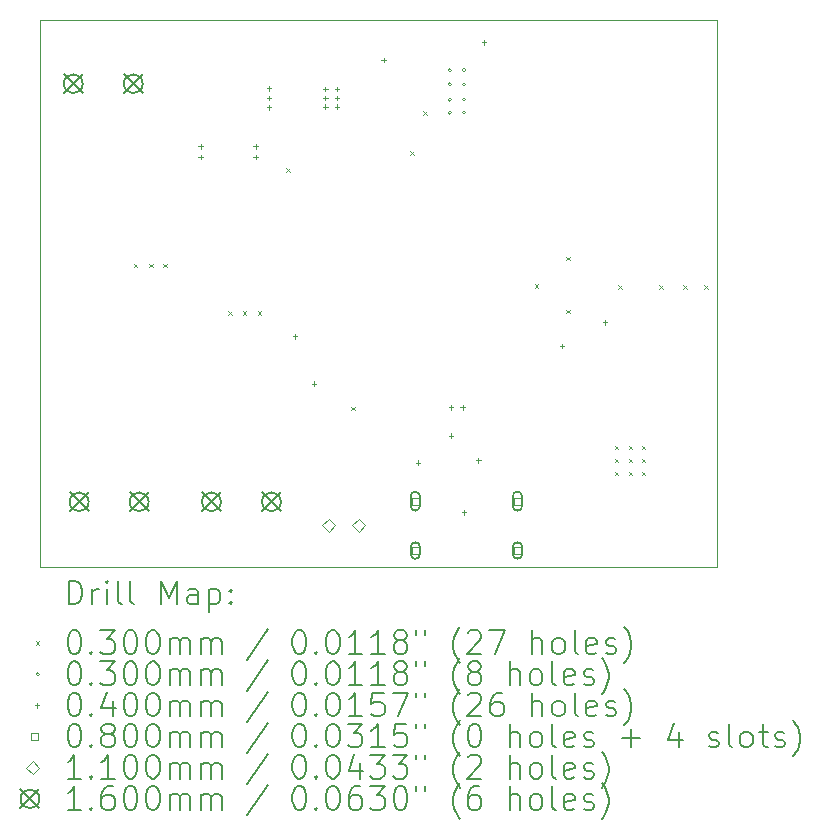
<source format=gbr>
%TF.GenerationSoftware,KiCad,Pcbnew,7.99.0-1092-g932f171e96*%
%TF.CreationDate,2023-06-26T03:17:48+02:00*%
%TF.ProjectId,irrigation,69727269-6761-4746-996f-6e2e6b696361,0.1*%
%TF.SameCoordinates,Original*%
%TF.FileFunction,Drillmap*%
%TF.FilePolarity,Positive*%
%FSLAX45Y45*%
G04 Gerber Fmt 4.5, Leading zero omitted, Abs format (unit mm)*
G04 Created by KiCad (PCBNEW 7.99.0-1092-g932f171e96) date 2023-06-26 03:17:48*
%MOMM*%
%LPD*%
G01*
G04 APERTURE LIST*
%ADD10C,0.100000*%
%ADD11C,0.200000*%
%ADD12C,0.030000*%
%ADD13C,0.040000*%
%ADD14C,0.080000*%
%ADD15C,0.110000*%
%ADD16C,0.160000*%
G04 APERTURE END LIST*
D10*
X11110000Y-8120000D02*
X16840000Y-8120000D01*
X11110000Y-3490000D02*
X11110000Y-8120000D01*
X16840000Y-3490000D02*
X11110000Y-3490000D01*
X16840000Y-8120000D02*
X16840000Y-3490000D01*
D11*
D12*
X11905500Y-5555000D02*
X11935500Y-5585000D01*
X11935500Y-5555000D02*
X11905500Y-5585000D01*
X12035500Y-5555000D02*
X12065500Y-5585000D01*
X12065500Y-5555000D02*
X12035500Y-5585000D01*
X12155500Y-5555000D02*
X12185500Y-5585000D01*
X12185500Y-5555000D02*
X12155500Y-5585000D01*
X12705000Y-5955000D02*
X12735000Y-5985000D01*
X12735000Y-5955000D02*
X12705000Y-5985000D01*
X12825000Y-5955000D02*
X12855000Y-5985000D01*
X12855000Y-5955000D02*
X12825000Y-5985000D01*
X12955000Y-5955000D02*
X12985000Y-5985000D01*
X12985000Y-5955000D02*
X12955000Y-5985000D01*
X13195000Y-4745000D02*
X13225000Y-4775000D01*
X13225000Y-4745000D02*
X13195000Y-4775000D01*
X13745000Y-6765000D02*
X13775000Y-6795000D01*
X13775000Y-6765000D02*
X13745000Y-6795000D01*
X14245000Y-4602500D02*
X14275000Y-4632500D01*
X14275000Y-4602500D02*
X14245000Y-4632500D01*
X14355000Y-4265000D02*
X14385000Y-4295000D01*
X14385000Y-4265000D02*
X14355000Y-4295000D01*
X15299000Y-5726000D02*
X15329000Y-5756000D01*
X15329000Y-5726000D02*
X15299000Y-5756000D01*
X15565000Y-5495000D02*
X15595000Y-5525000D01*
X15595000Y-5495000D02*
X15565000Y-5525000D01*
X15565000Y-5945000D02*
X15595000Y-5975000D01*
X15595000Y-5945000D02*
X15565000Y-5975000D01*
X15975000Y-7095000D02*
X16005000Y-7125000D01*
X16005000Y-7095000D02*
X15975000Y-7125000D01*
X15975000Y-7205000D02*
X16005000Y-7235000D01*
X16005000Y-7205000D02*
X15975000Y-7235000D01*
X15975000Y-7315000D02*
X16005000Y-7345000D01*
X16005000Y-7315000D02*
X15975000Y-7345000D01*
X16005000Y-5735000D02*
X16035000Y-5765000D01*
X16035000Y-5735000D02*
X16005000Y-5765000D01*
X16005000Y-5735000D02*
X16035000Y-5765000D01*
X16035000Y-5735000D02*
X16005000Y-5765000D01*
X16095000Y-7095000D02*
X16125000Y-7125000D01*
X16125000Y-7095000D02*
X16095000Y-7125000D01*
X16095000Y-7205000D02*
X16125000Y-7235000D01*
X16125000Y-7205000D02*
X16095000Y-7235000D01*
X16095000Y-7315000D02*
X16125000Y-7345000D01*
X16125000Y-7315000D02*
X16095000Y-7345000D01*
X16205000Y-7095000D02*
X16235000Y-7125000D01*
X16235000Y-7095000D02*
X16205000Y-7125000D01*
X16205000Y-7205000D02*
X16235000Y-7235000D01*
X16235000Y-7205000D02*
X16205000Y-7235000D01*
X16205000Y-7315000D02*
X16235000Y-7345000D01*
X16235000Y-7315000D02*
X16205000Y-7345000D01*
X16355000Y-5735000D02*
X16385000Y-5765000D01*
X16385000Y-5735000D02*
X16355000Y-5765000D01*
X16555000Y-5735000D02*
X16585000Y-5765000D01*
X16585000Y-5735000D02*
X16555000Y-5765000D01*
X16735000Y-5735000D02*
X16765000Y-5765000D01*
X16765000Y-5735000D02*
X16735000Y-5765000D01*
X14595000Y-3915000D02*
G75*
G03*
X14595000Y-3915000I-15000J0D01*
G01*
X14595000Y-4035000D02*
G75*
G03*
X14595000Y-4035000I-15000J0D01*
G01*
X14595000Y-4165000D02*
G75*
G03*
X14595000Y-4165000I-15000J0D01*
G01*
X14595000Y-4275000D02*
G75*
G03*
X14595000Y-4275000I-15000J0D01*
G01*
X14715000Y-3915000D02*
G75*
G03*
X14715000Y-3915000I-15000J0D01*
G01*
X14715000Y-4035000D02*
G75*
G03*
X14715000Y-4035000I-15000J0D01*
G01*
X14715000Y-4165000D02*
G75*
G03*
X14715000Y-4165000I-15000J0D01*
G01*
X14715000Y-4275000D02*
G75*
G03*
X14715000Y-4275000I-15000J0D01*
G01*
D13*
X12470000Y-4540000D02*
X12470000Y-4580000D01*
X12450000Y-4560000D02*
X12490000Y-4560000D01*
X12470000Y-4630000D02*
X12470000Y-4670000D01*
X12450000Y-4650000D02*
X12490000Y-4650000D01*
X12935000Y-4540000D02*
X12935000Y-4580000D01*
X12915000Y-4560000D02*
X12955000Y-4560000D01*
X12935000Y-4630000D02*
X12935000Y-4670000D01*
X12915000Y-4650000D02*
X12955000Y-4650000D01*
X13050000Y-4050000D02*
X13050000Y-4090000D01*
X13030000Y-4070000D02*
X13070000Y-4070000D01*
X13050000Y-4050000D02*
X13050000Y-4090000D01*
X13030000Y-4070000D02*
X13070000Y-4070000D01*
X13050000Y-4130000D02*
X13050000Y-4170000D01*
X13030000Y-4150000D02*
X13070000Y-4150000D01*
X13050000Y-4210000D02*
X13050000Y-4250000D01*
X13030000Y-4230000D02*
X13070000Y-4230000D01*
X13270000Y-6150000D02*
X13270000Y-6190000D01*
X13250000Y-6170000D02*
X13290000Y-6170000D01*
X13430000Y-6550000D02*
X13430000Y-6590000D01*
X13410000Y-6570000D02*
X13450000Y-6570000D01*
X13525000Y-4055000D02*
X13525000Y-4095000D01*
X13505000Y-4075000D02*
X13545000Y-4075000D01*
X13525000Y-4130000D02*
X13525000Y-4170000D01*
X13505000Y-4150000D02*
X13545000Y-4150000D01*
X13525000Y-4205000D02*
X13525000Y-4245000D01*
X13505000Y-4225000D02*
X13545000Y-4225000D01*
X13625000Y-4055000D02*
X13625000Y-4095000D01*
X13605000Y-4075000D02*
X13645000Y-4075000D01*
X13625000Y-4130000D02*
X13625000Y-4170000D01*
X13605000Y-4150000D02*
X13645000Y-4150000D01*
X13625000Y-4205000D02*
X13625000Y-4245000D01*
X13605000Y-4225000D02*
X13645000Y-4225000D01*
X14020000Y-3810000D02*
X14020000Y-3850000D01*
X14000000Y-3830000D02*
X14040000Y-3830000D01*
X14310000Y-7220000D02*
X14310000Y-7260000D01*
X14290000Y-7240000D02*
X14330000Y-7240000D01*
X14590000Y-6750000D02*
X14590000Y-6790000D01*
X14570000Y-6770000D02*
X14610000Y-6770000D01*
X14590000Y-6990000D02*
X14590000Y-7030000D01*
X14570000Y-7010000D02*
X14610000Y-7010000D01*
X14690000Y-6750000D02*
X14690000Y-6790000D01*
X14670000Y-6770000D02*
X14710000Y-6770000D01*
X14700000Y-7640000D02*
X14700000Y-7680000D01*
X14680000Y-7660000D02*
X14720000Y-7660000D01*
X14820000Y-7200000D02*
X14820000Y-7240000D01*
X14800000Y-7220000D02*
X14840000Y-7220000D01*
X14870000Y-3660000D02*
X14870000Y-3700000D01*
X14850000Y-3680000D02*
X14890000Y-3680000D01*
X15530000Y-6230000D02*
X15530000Y-6270000D01*
X15510000Y-6250000D02*
X15550000Y-6250000D01*
X15895000Y-6030000D02*
X15895000Y-6070000D01*
X15875000Y-6050000D02*
X15915000Y-6050000D01*
D14*
X14315784Y-7592834D02*
X14315784Y-7536265D01*
X14259215Y-7536265D01*
X14259215Y-7592834D01*
X14315784Y-7592834D01*
D11*
X14247500Y-7524550D02*
X14247500Y-7604550D01*
X14247500Y-7604550D02*
G75*
G03*
X14327500Y-7604550I40000J0D01*
G01*
X14327500Y-7604550D02*
X14327500Y-7524550D01*
X14327500Y-7524550D02*
G75*
G03*
X14247500Y-7524550I-40000J0D01*
G01*
D14*
X14315784Y-8010834D02*
X14315784Y-7954265D01*
X14259215Y-7954265D01*
X14259215Y-8010834D01*
X14315784Y-8010834D01*
D11*
X14247500Y-7952550D02*
X14247500Y-8012550D01*
X14247500Y-8012550D02*
G75*
G03*
X14327500Y-8012550I40000J0D01*
G01*
X14327500Y-8012550D02*
X14327500Y-7952550D01*
X14327500Y-7952550D02*
G75*
G03*
X14247500Y-7952550I-40000J0D01*
G01*
D14*
X15180784Y-7592834D02*
X15180784Y-7536265D01*
X15124215Y-7536265D01*
X15124215Y-7592834D01*
X15180784Y-7592834D01*
D11*
X15112500Y-7524550D02*
X15112500Y-7604550D01*
X15112500Y-7604550D02*
G75*
G03*
X15192500Y-7604550I40000J0D01*
G01*
X15192500Y-7604550D02*
X15192500Y-7524550D01*
X15192500Y-7524550D02*
G75*
G03*
X15112500Y-7524550I-40000J0D01*
G01*
D14*
X15180784Y-8010834D02*
X15180784Y-7954265D01*
X15124215Y-7954265D01*
X15124215Y-8010834D01*
X15180784Y-8010834D01*
D11*
X15112500Y-7952550D02*
X15112500Y-8012550D01*
X15112500Y-8012550D02*
G75*
G03*
X15192500Y-8012550I40000J0D01*
G01*
X15192500Y-8012550D02*
X15192500Y-7952550D01*
X15192500Y-7952550D02*
G75*
G03*
X15112500Y-7952550I-40000J0D01*
G01*
D15*
X13556000Y-7825000D02*
X13611000Y-7770000D01*
X13556000Y-7715000D01*
X13501000Y-7770000D01*
X13556000Y-7825000D01*
X13810000Y-7825000D02*
X13865000Y-7770000D01*
X13810000Y-7715000D01*
X13755000Y-7770000D01*
X13810000Y-7825000D01*
D16*
X11312000Y-3950000D02*
X11472000Y-4110000D01*
X11472000Y-3950000D02*
X11312000Y-4110000D01*
X11472000Y-4030000D02*
G75*
G03*
X11472000Y-4030000I-80000J0D01*
G01*
X11362000Y-7490000D02*
X11522000Y-7650000D01*
X11522000Y-7490000D02*
X11362000Y-7650000D01*
X11522000Y-7570000D02*
G75*
G03*
X11522000Y-7570000I-80000J0D01*
G01*
X11820000Y-3950000D02*
X11980000Y-4110000D01*
X11980000Y-3950000D02*
X11820000Y-4110000D01*
X11980000Y-4030000D02*
G75*
G03*
X11980000Y-4030000I-80000J0D01*
G01*
X11870000Y-7490000D02*
X12030000Y-7650000D01*
X12030000Y-7490000D02*
X11870000Y-7650000D01*
X12030000Y-7570000D02*
G75*
G03*
X12030000Y-7570000I-80000J0D01*
G01*
X12482000Y-7490000D02*
X12642000Y-7650000D01*
X12642000Y-7490000D02*
X12482000Y-7650000D01*
X12642000Y-7570000D02*
G75*
G03*
X12642000Y-7570000I-80000J0D01*
G01*
X12990000Y-7490000D02*
X13150000Y-7650000D01*
X13150000Y-7490000D02*
X12990000Y-7650000D01*
X13150000Y-7570000D02*
G75*
G03*
X13150000Y-7570000I-80000J0D01*
G01*
D11*
X11352619Y-8437524D02*
X11352619Y-8237524D01*
X11352619Y-8237524D02*
X11400238Y-8237524D01*
X11400238Y-8237524D02*
X11428809Y-8247048D01*
X11428809Y-8247048D02*
X11447857Y-8266095D01*
X11447857Y-8266095D02*
X11457381Y-8285143D01*
X11457381Y-8285143D02*
X11466905Y-8323238D01*
X11466905Y-8323238D02*
X11466905Y-8351809D01*
X11466905Y-8351809D02*
X11457381Y-8389905D01*
X11457381Y-8389905D02*
X11447857Y-8408952D01*
X11447857Y-8408952D02*
X11428809Y-8428000D01*
X11428809Y-8428000D02*
X11400238Y-8437524D01*
X11400238Y-8437524D02*
X11352619Y-8437524D01*
X11552619Y-8437524D02*
X11552619Y-8304190D01*
X11552619Y-8342286D02*
X11562143Y-8323238D01*
X11562143Y-8323238D02*
X11571667Y-8313714D01*
X11571667Y-8313714D02*
X11590714Y-8304190D01*
X11590714Y-8304190D02*
X11609762Y-8304190D01*
X11676428Y-8437524D02*
X11676428Y-8304190D01*
X11676428Y-8237524D02*
X11666905Y-8247048D01*
X11666905Y-8247048D02*
X11676428Y-8256571D01*
X11676428Y-8256571D02*
X11685952Y-8247048D01*
X11685952Y-8247048D02*
X11676428Y-8237524D01*
X11676428Y-8237524D02*
X11676428Y-8256571D01*
X11800238Y-8437524D02*
X11781190Y-8428000D01*
X11781190Y-8428000D02*
X11771667Y-8408952D01*
X11771667Y-8408952D02*
X11771667Y-8237524D01*
X11905000Y-8437524D02*
X11885952Y-8428000D01*
X11885952Y-8428000D02*
X11876428Y-8408952D01*
X11876428Y-8408952D02*
X11876428Y-8237524D01*
X12133571Y-8437524D02*
X12133571Y-8237524D01*
X12133571Y-8237524D02*
X12200238Y-8380381D01*
X12200238Y-8380381D02*
X12266905Y-8237524D01*
X12266905Y-8237524D02*
X12266905Y-8437524D01*
X12447857Y-8437524D02*
X12447857Y-8332762D01*
X12447857Y-8332762D02*
X12438333Y-8313714D01*
X12438333Y-8313714D02*
X12419286Y-8304190D01*
X12419286Y-8304190D02*
X12381190Y-8304190D01*
X12381190Y-8304190D02*
X12362143Y-8313714D01*
X12447857Y-8428000D02*
X12428809Y-8437524D01*
X12428809Y-8437524D02*
X12381190Y-8437524D01*
X12381190Y-8437524D02*
X12362143Y-8428000D01*
X12362143Y-8428000D02*
X12352619Y-8408952D01*
X12352619Y-8408952D02*
X12352619Y-8389905D01*
X12352619Y-8389905D02*
X12362143Y-8370857D01*
X12362143Y-8370857D02*
X12381190Y-8361333D01*
X12381190Y-8361333D02*
X12428809Y-8361333D01*
X12428809Y-8361333D02*
X12447857Y-8351809D01*
X12543095Y-8304190D02*
X12543095Y-8504190D01*
X12543095Y-8313714D02*
X12562143Y-8304190D01*
X12562143Y-8304190D02*
X12600238Y-8304190D01*
X12600238Y-8304190D02*
X12619286Y-8313714D01*
X12619286Y-8313714D02*
X12628809Y-8323238D01*
X12628809Y-8323238D02*
X12638333Y-8342286D01*
X12638333Y-8342286D02*
X12638333Y-8399429D01*
X12638333Y-8399429D02*
X12628809Y-8418476D01*
X12628809Y-8418476D02*
X12619286Y-8428000D01*
X12619286Y-8428000D02*
X12600238Y-8437524D01*
X12600238Y-8437524D02*
X12562143Y-8437524D01*
X12562143Y-8437524D02*
X12543095Y-8428000D01*
X12724048Y-8418476D02*
X12733571Y-8428000D01*
X12733571Y-8428000D02*
X12724048Y-8437524D01*
X12724048Y-8437524D02*
X12714524Y-8428000D01*
X12714524Y-8428000D02*
X12724048Y-8418476D01*
X12724048Y-8418476D02*
X12724048Y-8437524D01*
X12724048Y-8313714D02*
X12733571Y-8323238D01*
X12733571Y-8323238D02*
X12724048Y-8332762D01*
X12724048Y-8332762D02*
X12714524Y-8323238D01*
X12714524Y-8323238D02*
X12724048Y-8313714D01*
X12724048Y-8313714D02*
X12724048Y-8332762D01*
D12*
X11075000Y-8750000D02*
X11105000Y-8780000D01*
X11105000Y-8750000D02*
X11075000Y-8780000D01*
D11*
X11390714Y-8657524D02*
X11409762Y-8657524D01*
X11409762Y-8657524D02*
X11428809Y-8667048D01*
X11428809Y-8667048D02*
X11438333Y-8676571D01*
X11438333Y-8676571D02*
X11447857Y-8695619D01*
X11447857Y-8695619D02*
X11457381Y-8733714D01*
X11457381Y-8733714D02*
X11457381Y-8781333D01*
X11457381Y-8781333D02*
X11447857Y-8819429D01*
X11447857Y-8819429D02*
X11438333Y-8838476D01*
X11438333Y-8838476D02*
X11428809Y-8848000D01*
X11428809Y-8848000D02*
X11409762Y-8857524D01*
X11409762Y-8857524D02*
X11390714Y-8857524D01*
X11390714Y-8857524D02*
X11371667Y-8848000D01*
X11371667Y-8848000D02*
X11362143Y-8838476D01*
X11362143Y-8838476D02*
X11352619Y-8819429D01*
X11352619Y-8819429D02*
X11343095Y-8781333D01*
X11343095Y-8781333D02*
X11343095Y-8733714D01*
X11343095Y-8733714D02*
X11352619Y-8695619D01*
X11352619Y-8695619D02*
X11362143Y-8676571D01*
X11362143Y-8676571D02*
X11371667Y-8667048D01*
X11371667Y-8667048D02*
X11390714Y-8657524D01*
X11543095Y-8838476D02*
X11552619Y-8848000D01*
X11552619Y-8848000D02*
X11543095Y-8857524D01*
X11543095Y-8857524D02*
X11533571Y-8848000D01*
X11533571Y-8848000D02*
X11543095Y-8838476D01*
X11543095Y-8838476D02*
X11543095Y-8857524D01*
X11619286Y-8657524D02*
X11743095Y-8657524D01*
X11743095Y-8657524D02*
X11676428Y-8733714D01*
X11676428Y-8733714D02*
X11705000Y-8733714D01*
X11705000Y-8733714D02*
X11724048Y-8743238D01*
X11724048Y-8743238D02*
X11733571Y-8752762D01*
X11733571Y-8752762D02*
X11743095Y-8771810D01*
X11743095Y-8771810D02*
X11743095Y-8819429D01*
X11743095Y-8819429D02*
X11733571Y-8838476D01*
X11733571Y-8838476D02*
X11724048Y-8848000D01*
X11724048Y-8848000D02*
X11705000Y-8857524D01*
X11705000Y-8857524D02*
X11647857Y-8857524D01*
X11647857Y-8857524D02*
X11628809Y-8848000D01*
X11628809Y-8848000D02*
X11619286Y-8838476D01*
X11866905Y-8657524D02*
X11885952Y-8657524D01*
X11885952Y-8657524D02*
X11905000Y-8667048D01*
X11905000Y-8667048D02*
X11914524Y-8676571D01*
X11914524Y-8676571D02*
X11924048Y-8695619D01*
X11924048Y-8695619D02*
X11933571Y-8733714D01*
X11933571Y-8733714D02*
X11933571Y-8781333D01*
X11933571Y-8781333D02*
X11924048Y-8819429D01*
X11924048Y-8819429D02*
X11914524Y-8838476D01*
X11914524Y-8838476D02*
X11905000Y-8848000D01*
X11905000Y-8848000D02*
X11885952Y-8857524D01*
X11885952Y-8857524D02*
X11866905Y-8857524D01*
X11866905Y-8857524D02*
X11847857Y-8848000D01*
X11847857Y-8848000D02*
X11838333Y-8838476D01*
X11838333Y-8838476D02*
X11828809Y-8819429D01*
X11828809Y-8819429D02*
X11819286Y-8781333D01*
X11819286Y-8781333D02*
X11819286Y-8733714D01*
X11819286Y-8733714D02*
X11828809Y-8695619D01*
X11828809Y-8695619D02*
X11838333Y-8676571D01*
X11838333Y-8676571D02*
X11847857Y-8667048D01*
X11847857Y-8667048D02*
X11866905Y-8657524D01*
X12057381Y-8657524D02*
X12076429Y-8657524D01*
X12076429Y-8657524D02*
X12095476Y-8667048D01*
X12095476Y-8667048D02*
X12105000Y-8676571D01*
X12105000Y-8676571D02*
X12114524Y-8695619D01*
X12114524Y-8695619D02*
X12124048Y-8733714D01*
X12124048Y-8733714D02*
X12124048Y-8781333D01*
X12124048Y-8781333D02*
X12114524Y-8819429D01*
X12114524Y-8819429D02*
X12105000Y-8838476D01*
X12105000Y-8838476D02*
X12095476Y-8848000D01*
X12095476Y-8848000D02*
X12076429Y-8857524D01*
X12076429Y-8857524D02*
X12057381Y-8857524D01*
X12057381Y-8857524D02*
X12038333Y-8848000D01*
X12038333Y-8848000D02*
X12028809Y-8838476D01*
X12028809Y-8838476D02*
X12019286Y-8819429D01*
X12019286Y-8819429D02*
X12009762Y-8781333D01*
X12009762Y-8781333D02*
X12009762Y-8733714D01*
X12009762Y-8733714D02*
X12019286Y-8695619D01*
X12019286Y-8695619D02*
X12028809Y-8676571D01*
X12028809Y-8676571D02*
X12038333Y-8667048D01*
X12038333Y-8667048D02*
X12057381Y-8657524D01*
X12209762Y-8857524D02*
X12209762Y-8724190D01*
X12209762Y-8743238D02*
X12219286Y-8733714D01*
X12219286Y-8733714D02*
X12238333Y-8724190D01*
X12238333Y-8724190D02*
X12266905Y-8724190D01*
X12266905Y-8724190D02*
X12285952Y-8733714D01*
X12285952Y-8733714D02*
X12295476Y-8752762D01*
X12295476Y-8752762D02*
X12295476Y-8857524D01*
X12295476Y-8752762D02*
X12305000Y-8733714D01*
X12305000Y-8733714D02*
X12324048Y-8724190D01*
X12324048Y-8724190D02*
X12352619Y-8724190D01*
X12352619Y-8724190D02*
X12371667Y-8733714D01*
X12371667Y-8733714D02*
X12381190Y-8752762D01*
X12381190Y-8752762D02*
X12381190Y-8857524D01*
X12476429Y-8857524D02*
X12476429Y-8724190D01*
X12476429Y-8743238D02*
X12485952Y-8733714D01*
X12485952Y-8733714D02*
X12505000Y-8724190D01*
X12505000Y-8724190D02*
X12533571Y-8724190D01*
X12533571Y-8724190D02*
X12552619Y-8733714D01*
X12552619Y-8733714D02*
X12562143Y-8752762D01*
X12562143Y-8752762D02*
X12562143Y-8857524D01*
X12562143Y-8752762D02*
X12571667Y-8733714D01*
X12571667Y-8733714D02*
X12590714Y-8724190D01*
X12590714Y-8724190D02*
X12619286Y-8724190D01*
X12619286Y-8724190D02*
X12638333Y-8733714D01*
X12638333Y-8733714D02*
X12647857Y-8752762D01*
X12647857Y-8752762D02*
X12647857Y-8857524D01*
X13038333Y-8648000D02*
X12866905Y-8905143D01*
X13295476Y-8657524D02*
X13314524Y-8657524D01*
X13314524Y-8657524D02*
X13333572Y-8667048D01*
X13333572Y-8667048D02*
X13343095Y-8676571D01*
X13343095Y-8676571D02*
X13352619Y-8695619D01*
X13352619Y-8695619D02*
X13362143Y-8733714D01*
X13362143Y-8733714D02*
X13362143Y-8781333D01*
X13362143Y-8781333D02*
X13352619Y-8819429D01*
X13352619Y-8819429D02*
X13343095Y-8838476D01*
X13343095Y-8838476D02*
X13333572Y-8848000D01*
X13333572Y-8848000D02*
X13314524Y-8857524D01*
X13314524Y-8857524D02*
X13295476Y-8857524D01*
X13295476Y-8857524D02*
X13276429Y-8848000D01*
X13276429Y-8848000D02*
X13266905Y-8838476D01*
X13266905Y-8838476D02*
X13257381Y-8819429D01*
X13257381Y-8819429D02*
X13247857Y-8781333D01*
X13247857Y-8781333D02*
X13247857Y-8733714D01*
X13247857Y-8733714D02*
X13257381Y-8695619D01*
X13257381Y-8695619D02*
X13266905Y-8676571D01*
X13266905Y-8676571D02*
X13276429Y-8667048D01*
X13276429Y-8667048D02*
X13295476Y-8657524D01*
X13447857Y-8838476D02*
X13457381Y-8848000D01*
X13457381Y-8848000D02*
X13447857Y-8857524D01*
X13447857Y-8857524D02*
X13438333Y-8848000D01*
X13438333Y-8848000D02*
X13447857Y-8838476D01*
X13447857Y-8838476D02*
X13447857Y-8857524D01*
X13581191Y-8657524D02*
X13600238Y-8657524D01*
X13600238Y-8657524D02*
X13619286Y-8667048D01*
X13619286Y-8667048D02*
X13628810Y-8676571D01*
X13628810Y-8676571D02*
X13638333Y-8695619D01*
X13638333Y-8695619D02*
X13647857Y-8733714D01*
X13647857Y-8733714D02*
X13647857Y-8781333D01*
X13647857Y-8781333D02*
X13638333Y-8819429D01*
X13638333Y-8819429D02*
X13628810Y-8838476D01*
X13628810Y-8838476D02*
X13619286Y-8848000D01*
X13619286Y-8848000D02*
X13600238Y-8857524D01*
X13600238Y-8857524D02*
X13581191Y-8857524D01*
X13581191Y-8857524D02*
X13562143Y-8848000D01*
X13562143Y-8848000D02*
X13552619Y-8838476D01*
X13552619Y-8838476D02*
X13543095Y-8819429D01*
X13543095Y-8819429D02*
X13533572Y-8781333D01*
X13533572Y-8781333D02*
X13533572Y-8733714D01*
X13533572Y-8733714D02*
X13543095Y-8695619D01*
X13543095Y-8695619D02*
X13552619Y-8676571D01*
X13552619Y-8676571D02*
X13562143Y-8667048D01*
X13562143Y-8667048D02*
X13581191Y-8657524D01*
X13838333Y-8857524D02*
X13724048Y-8857524D01*
X13781191Y-8857524D02*
X13781191Y-8657524D01*
X13781191Y-8657524D02*
X13762143Y-8686095D01*
X13762143Y-8686095D02*
X13743095Y-8705143D01*
X13743095Y-8705143D02*
X13724048Y-8714667D01*
X14028810Y-8857524D02*
X13914524Y-8857524D01*
X13971667Y-8857524D02*
X13971667Y-8657524D01*
X13971667Y-8657524D02*
X13952619Y-8686095D01*
X13952619Y-8686095D02*
X13933572Y-8705143D01*
X13933572Y-8705143D02*
X13914524Y-8714667D01*
X14143095Y-8743238D02*
X14124048Y-8733714D01*
X14124048Y-8733714D02*
X14114524Y-8724190D01*
X14114524Y-8724190D02*
X14105000Y-8705143D01*
X14105000Y-8705143D02*
X14105000Y-8695619D01*
X14105000Y-8695619D02*
X14114524Y-8676571D01*
X14114524Y-8676571D02*
X14124048Y-8667048D01*
X14124048Y-8667048D02*
X14143095Y-8657524D01*
X14143095Y-8657524D02*
X14181191Y-8657524D01*
X14181191Y-8657524D02*
X14200238Y-8667048D01*
X14200238Y-8667048D02*
X14209762Y-8676571D01*
X14209762Y-8676571D02*
X14219286Y-8695619D01*
X14219286Y-8695619D02*
X14219286Y-8705143D01*
X14219286Y-8705143D02*
X14209762Y-8724190D01*
X14209762Y-8724190D02*
X14200238Y-8733714D01*
X14200238Y-8733714D02*
X14181191Y-8743238D01*
X14181191Y-8743238D02*
X14143095Y-8743238D01*
X14143095Y-8743238D02*
X14124048Y-8752762D01*
X14124048Y-8752762D02*
X14114524Y-8762286D01*
X14114524Y-8762286D02*
X14105000Y-8781333D01*
X14105000Y-8781333D02*
X14105000Y-8819429D01*
X14105000Y-8819429D02*
X14114524Y-8838476D01*
X14114524Y-8838476D02*
X14124048Y-8848000D01*
X14124048Y-8848000D02*
X14143095Y-8857524D01*
X14143095Y-8857524D02*
X14181191Y-8857524D01*
X14181191Y-8857524D02*
X14200238Y-8848000D01*
X14200238Y-8848000D02*
X14209762Y-8838476D01*
X14209762Y-8838476D02*
X14219286Y-8819429D01*
X14219286Y-8819429D02*
X14219286Y-8781333D01*
X14219286Y-8781333D02*
X14209762Y-8762286D01*
X14209762Y-8762286D02*
X14200238Y-8752762D01*
X14200238Y-8752762D02*
X14181191Y-8743238D01*
X14295476Y-8657524D02*
X14295476Y-8695619D01*
X14371667Y-8657524D02*
X14371667Y-8695619D01*
X14666905Y-8933714D02*
X14657381Y-8924190D01*
X14657381Y-8924190D02*
X14638334Y-8895619D01*
X14638334Y-8895619D02*
X14628810Y-8876571D01*
X14628810Y-8876571D02*
X14619286Y-8848000D01*
X14619286Y-8848000D02*
X14609762Y-8800381D01*
X14609762Y-8800381D02*
X14609762Y-8762286D01*
X14609762Y-8762286D02*
X14619286Y-8714667D01*
X14619286Y-8714667D02*
X14628810Y-8686095D01*
X14628810Y-8686095D02*
X14638334Y-8667048D01*
X14638334Y-8667048D02*
X14657381Y-8638476D01*
X14657381Y-8638476D02*
X14666905Y-8628952D01*
X14733572Y-8676571D02*
X14743095Y-8667048D01*
X14743095Y-8667048D02*
X14762143Y-8657524D01*
X14762143Y-8657524D02*
X14809762Y-8657524D01*
X14809762Y-8657524D02*
X14828810Y-8667048D01*
X14828810Y-8667048D02*
X14838334Y-8676571D01*
X14838334Y-8676571D02*
X14847857Y-8695619D01*
X14847857Y-8695619D02*
X14847857Y-8714667D01*
X14847857Y-8714667D02*
X14838334Y-8743238D01*
X14838334Y-8743238D02*
X14724048Y-8857524D01*
X14724048Y-8857524D02*
X14847857Y-8857524D01*
X14914524Y-8657524D02*
X15047857Y-8657524D01*
X15047857Y-8657524D02*
X14962143Y-8857524D01*
X15276429Y-8857524D02*
X15276429Y-8657524D01*
X15362143Y-8857524D02*
X15362143Y-8752762D01*
X15362143Y-8752762D02*
X15352619Y-8733714D01*
X15352619Y-8733714D02*
X15333572Y-8724190D01*
X15333572Y-8724190D02*
X15305000Y-8724190D01*
X15305000Y-8724190D02*
X15285953Y-8733714D01*
X15285953Y-8733714D02*
X15276429Y-8743238D01*
X15485953Y-8857524D02*
X15466905Y-8848000D01*
X15466905Y-8848000D02*
X15457381Y-8838476D01*
X15457381Y-8838476D02*
X15447857Y-8819429D01*
X15447857Y-8819429D02*
X15447857Y-8762286D01*
X15447857Y-8762286D02*
X15457381Y-8743238D01*
X15457381Y-8743238D02*
X15466905Y-8733714D01*
X15466905Y-8733714D02*
X15485953Y-8724190D01*
X15485953Y-8724190D02*
X15514524Y-8724190D01*
X15514524Y-8724190D02*
X15533572Y-8733714D01*
X15533572Y-8733714D02*
X15543096Y-8743238D01*
X15543096Y-8743238D02*
X15552619Y-8762286D01*
X15552619Y-8762286D02*
X15552619Y-8819429D01*
X15552619Y-8819429D02*
X15543096Y-8838476D01*
X15543096Y-8838476D02*
X15533572Y-8848000D01*
X15533572Y-8848000D02*
X15514524Y-8857524D01*
X15514524Y-8857524D02*
X15485953Y-8857524D01*
X15666905Y-8857524D02*
X15647857Y-8848000D01*
X15647857Y-8848000D02*
X15638334Y-8828952D01*
X15638334Y-8828952D02*
X15638334Y-8657524D01*
X15819286Y-8848000D02*
X15800238Y-8857524D01*
X15800238Y-8857524D02*
X15762143Y-8857524D01*
X15762143Y-8857524D02*
X15743096Y-8848000D01*
X15743096Y-8848000D02*
X15733572Y-8828952D01*
X15733572Y-8828952D02*
X15733572Y-8752762D01*
X15733572Y-8752762D02*
X15743096Y-8733714D01*
X15743096Y-8733714D02*
X15762143Y-8724190D01*
X15762143Y-8724190D02*
X15800238Y-8724190D01*
X15800238Y-8724190D02*
X15819286Y-8733714D01*
X15819286Y-8733714D02*
X15828810Y-8752762D01*
X15828810Y-8752762D02*
X15828810Y-8771810D01*
X15828810Y-8771810D02*
X15733572Y-8790857D01*
X15905000Y-8848000D02*
X15924048Y-8857524D01*
X15924048Y-8857524D02*
X15962143Y-8857524D01*
X15962143Y-8857524D02*
X15981191Y-8848000D01*
X15981191Y-8848000D02*
X15990715Y-8828952D01*
X15990715Y-8828952D02*
X15990715Y-8819429D01*
X15990715Y-8819429D02*
X15981191Y-8800381D01*
X15981191Y-8800381D02*
X15962143Y-8790857D01*
X15962143Y-8790857D02*
X15933572Y-8790857D01*
X15933572Y-8790857D02*
X15914524Y-8781333D01*
X15914524Y-8781333D02*
X15905000Y-8762286D01*
X15905000Y-8762286D02*
X15905000Y-8752762D01*
X15905000Y-8752762D02*
X15914524Y-8733714D01*
X15914524Y-8733714D02*
X15933572Y-8724190D01*
X15933572Y-8724190D02*
X15962143Y-8724190D01*
X15962143Y-8724190D02*
X15981191Y-8733714D01*
X16057381Y-8933714D02*
X16066905Y-8924190D01*
X16066905Y-8924190D02*
X16085953Y-8895619D01*
X16085953Y-8895619D02*
X16095477Y-8876571D01*
X16095477Y-8876571D02*
X16105000Y-8848000D01*
X16105000Y-8848000D02*
X16114524Y-8800381D01*
X16114524Y-8800381D02*
X16114524Y-8762286D01*
X16114524Y-8762286D02*
X16105000Y-8714667D01*
X16105000Y-8714667D02*
X16095477Y-8686095D01*
X16095477Y-8686095D02*
X16085953Y-8667048D01*
X16085953Y-8667048D02*
X16066905Y-8638476D01*
X16066905Y-8638476D02*
X16057381Y-8628952D01*
D12*
X11105000Y-9029000D02*
G75*
G03*
X11105000Y-9029000I-15000J0D01*
G01*
D11*
X11390714Y-8921524D02*
X11409762Y-8921524D01*
X11409762Y-8921524D02*
X11428809Y-8931048D01*
X11428809Y-8931048D02*
X11438333Y-8940571D01*
X11438333Y-8940571D02*
X11447857Y-8959619D01*
X11447857Y-8959619D02*
X11457381Y-8997714D01*
X11457381Y-8997714D02*
X11457381Y-9045333D01*
X11457381Y-9045333D02*
X11447857Y-9083429D01*
X11447857Y-9083429D02*
X11438333Y-9102476D01*
X11438333Y-9102476D02*
X11428809Y-9112000D01*
X11428809Y-9112000D02*
X11409762Y-9121524D01*
X11409762Y-9121524D02*
X11390714Y-9121524D01*
X11390714Y-9121524D02*
X11371667Y-9112000D01*
X11371667Y-9112000D02*
X11362143Y-9102476D01*
X11362143Y-9102476D02*
X11352619Y-9083429D01*
X11352619Y-9083429D02*
X11343095Y-9045333D01*
X11343095Y-9045333D02*
X11343095Y-8997714D01*
X11343095Y-8997714D02*
X11352619Y-8959619D01*
X11352619Y-8959619D02*
X11362143Y-8940571D01*
X11362143Y-8940571D02*
X11371667Y-8931048D01*
X11371667Y-8931048D02*
X11390714Y-8921524D01*
X11543095Y-9102476D02*
X11552619Y-9112000D01*
X11552619Y-9112000D02*
X11543095Y-9121524D01*
X11543095Y-9121524D02*
X11533571Y-9112000D01*
X11533571Y-9112000D02*
X11543095Y-9102476D01*
X11543095Y-9102476D02*
X11543095Y-9121524D01*
X11619286Y-8921524D02*
X11743095Y-8921524D01*
X11743095Y-8921524D02*
X11676428Y-8997714D01*
X11676428Y-8997714D02*
X11705000Y-8997714D01*
X11705000Y-8997714D02*
X11724048Y-9007238D01*
X11724048Y-9007238D02*
X11733571Y-9016762D01*
X11733571Y-9016762D02*
X11743095Y-9035810D01*
X11743095Y-9035810D02*
X11743095Y-9083429D01*
X11743095Y-9083429D02*
X11733571Y-9102476D01*
X11733571Y-9102476D02*
X11724048Y-9112000D01*
X11724048Y-9112000D02*
X11705000Y-9121524D01*
X11705000Y-9121524D02*
X11647857Y-9121524D01*
X11647857Y-9121524D02*
X11628809Y-9112000D01*
X11628809Y-9112000D02*
X11619286Y-9102476D01*
X11866905Y-8921524D02*
X11885952Y-8921524D01*
X11885952Y-8921524D02*
X11905000Y-8931048D01*
X11905000Y-8931048D02*
X11914524Y-8940571D01*
X11914524Y-8940571D02*
X11924048Y-8959619D01*
X11924048Y-8959619D02*
X11933571Y-8997714D01*
X11933571Y-8997714D02*
X11933571Y-9045333D01*
X11933571Y-9045333D02*
X11924048Y-9083429D01*
X11924048Y-9083429D02*
X11914524Y-9102476D01*
X11914524Y-9102476D02*
X11905000Y-9112000D01*
X11905000Y-9112000D02*
X11885952Y-9121524D01*
X11885952Y-9121524D02*
X11866905Y-9121524D01*
X11866905Y-9121524D02*
X11847857Y-9112000D01*
X11847857Y-9112000D02*
X11838333Y-9102476D01*
X11838333Y-9102476D02*
X11828809Y-9083429D01*
X11828809Y-9083429D02*
X11819286Y-9045333D01*
X11819286Y-9045333D02*
X11819286Y-8997714D01*
X11819286Y-8997714D02*
X11828809Y-8959619D01*
X11828809Y-8959619D02*
X11838333Y-8940571D01*
X11838333Y-8940571D02*
X11847857Y-8931048D01*
X11847857Y-8931048D02*
X11866905Y-8921524D01*
X12057381Y-8921524D02*
X12076429Y-8921524D01*
X12076429Y-8921524D02*
X12095476Y-8931048D01*
X12095476Y-8931048D02*
X12105000Y-8940571D01*
X12105000Y-8940571D02*
X12114524Y-8959619D01*
X12114524Y-8959619D02*
X12124048Y-8997714D01*
X12124048Y-8997714D02*
X12124048Y-9045333D01*
X12124048Y-9045333D02*
X12114524Y-9083429D01*
X12114524Y-9083429D02*
X12105000Y-9102476D01*
X12105000Y-9102476D02*
X12095476Y-9112000D01*
X12095476Y-9112000D02*
X12076429Y-9121524D01*
X12076429Y-9121524D02*
X12057381Y-9121524D01*
X12057381Y-9121524D02*
X12038333Y-9112000D01*
X12038333Y-9112000D02*
X12028809Y-9102476D01*
X12028809Y-9102476D02*
X12019286Y-9083429D01*
X12019286Y-9083429D02*
X12009762Y-9045333D01*
X12009762Y-9045333D02*
X12009762Y-8997714D01*
X12009762Y-8997714D02*
X12019286Y-8959619D01*
X12019286Y-8959619D02*
X12028809Y-8940571D01*
X12028809Y-8940571D02*
X12038333Y-8931048D01*
X12038333Y-8931048D02*
X12057381Y-8921524D01*
X12209762Y-9121524D02*
X12209762Y-8988190D01*
X12209762Y-9007238D02*
X12219286Y-8997714D01*
X12219286Y-8997714D02*
X12238333Y-8988190D01*
X12238333Y-8988190D02*
X12266905Y-8988190D01*
X12266905Y-8988190D02*
X12285952Y-8997714D01*
X12285952Y-8997714D02*
X12295476Y-9016762D01*
X12295476Y-9016762D02*
X12295476Y-9121524D01*
X12295476Y-9016762D02*
X12305000Y-8997714D01*
X12305000Y-8997714D02*
X12324048Y-8988190D01*
X12324048Y-8988190D02*
X12352619Y-8988190D01*
X12352619Y-8988190D02*
X12371667Y-8997714D01*
X12371667Y-8997714D02*
X12381190Y-9016762D01*
X12381190Y-9016762D02*
X12381190Y-9121524D01*
X12476429Y-9121524D02*
X12476429Y-8988190D01*
X12476429Y-9007238D02*
X12485952Y-8997714D01*
X12485952Y-8997714D02*
X12505000Y-8988190D01*
X12505000Y-8988190D02*
X12533571Y-8988190D01*
X12533571Y-8988190D02*
X12552619Y-8997714D01*
X12552619Y-8997714D02*
X12562143Y-9016762D01*
X12562143Y-9016762D02*
X12562143Y-9121524D01*
X12562143Y-9016762D02*
X12571667Y-8997714D01*
X12571667Y-8997714D02*
X12590714Y-8988190D01*
X12590714Y-8988190D02*
X12619286Y-8988190D01*
X12619286Y-8988190D02*
X12638333Y-8997714D01*
X12638333Y-8997714D02*
X12647857Y-9016762D01*
X12647857Y-9016762D02*
X12647857Y-9121524D01*
X13038333Y-8912000D02*
X12866905Y-9169143D01*
X13295476Y-8921524D02*
X13314524Y-8921524D01*
X13314524Y-8921524D02*
X13333572Y-8931048D01*
X13333572Y-8931048D02*
X13343095Y-8940571D01*
X13343095Y-8940571D02*
X13352619Y-8959619D01*
X13352619Y-8959619D02*
X13362143Y-8997714D01*
X13362143Y-8997714D02*
X13362143Y-9045333D01*
X13362143Y-9045333D02*
X13352619Y-9083429D01*
X13352619Y-9083429D02*
X13343095Y-9102476D01*
X13343095Y-9102476D02*
X13333572Y-9112000D01*
X13333572Y-9112000D02*
X13314524Y-9121524D01*
X13314524Y-9121524D02*
X13295476Y-9121524D01*
X13295476Y-9121524D02*
X13276429Y-9112000D01*
X13276429Y-9112000D02*
X13266905Y-9102476D01*
X13266905Y-9102476D02*
X13257381Y-9083429D01*
X13257381Y-9083429D02*
X13247857Y-9045333D01*
X13247857Y-9045333D02*
X13247857Y-8997714D01*
X13247857Y-8997714D02*
X13257381Y-8959619D01*
X13257381Y-8959619D02*
X13266905Y-8940571D01*
X13266905Y-8940571D02*
X13276429Y-8931048D01*
X13276429Y-8931048D02*
X13295476Y-8921524D01*
X13447857Y-9102476D02*
X13457381Y-9112000D01*
X13457381Y-9112000D02*
X13447857Y-9121524D01*
X13447857Y-9121524D02*
X13438333Y-9112000D01*
X13438333Y-9112000D02*
X13447857Y-9102476D01*
X13447857Y-9102476D02*
X13447857Y-9121524D01*
X13581191Y-8921524D02*
X13600238Y-8921524D01*
X13600238Y-8921524D02*
X13619286Y-8931048D01*
X13619286Y-8931048D02*
X13628810Y-8940571D01*
X13628810Y-8940571D02*
X13638333Y-8959619D01*
X13638333Y-8959619D02*
X13647857Y-8997714D01*
X13647857Y-8997714D02*
X13647857Y-9045333D01*
X13647857Y-9045333D02*
X13638333Y-9083429D01*
X13638333Y-9083429D02*
X13628810Y-9102476D01*
X13628810Y-9102476D02*
X13619286Y-9112000D01*
X13619286Y-9112000D02*
X13600238Y-9121524D01*
X13600238Y-9121524D02*
X13581191Y-9121524D01*
X13581191Y-9121524D02*
X13562143Y-9112000D01*
X13562143Y-9112000D02*
X13552619Y-9102476D01*
X13552619Y-9102476D02*
X13543095Y-9083429D01*
X13543095Y-9083429D02*
X13533572Y-9045333D01*
X13533572Y-9045333D02*
X13533572Y-8997714D01*
X13533572Y-8997714D02*
X13543095Y-8959619D01*
X13543095Y-8959619D02*
X13552619Y-8940571D01*
X13552619Y-8940571D02*
X13562143Y-8931048D01*
X13562143Y-8931048D02*
X13581191Y-8921524D01*
X13838333Y-9121524D02*
X13724048Y-9121524D01*
X13781191Y-9121524D02*
X13781191Y-8921524D01*
X13781191Y-8921524D02*
X13762143Y-8950095D01*
X13762143Y-8950095D02*
X13743095Y-8969143D01*
X13743095Y-8969143D02*
X13724048Y-8978667D01*
X14028810Y-9121524D02*
X13914524Y-9121524D01*
X13971667Y-9121524D02*
X13971667Y-8921524D01*
X13971667Y-8921524D02*
X13952619Y-8950095D01*
X13952619Y-8950095D02*
X13933572Y-8969143D01*
X13933572Y-8969143D02*
X13914524Y-8978667D01*
X14143095Y-9007238D02*
X14124048Y-8997714D01*
X14124048Y-8997714D02*
X14114524Y-8988190D01*
X14114524Y-8988190D02*
X14105000Y-8969143D01*
X14105000Y-8969143D02*
X14105000Y-8959619D01*
X14105000Y-8959619D02*
X14114524Y-8940571D01*
X14114524Y-8940571D02*
X14124048Y-8931048D01*
X14124048Y-8931048D02*
X14143095Y-8921524D01*
X14143095Y-8921524D02*
X14181191Y-8921524D01*
X14181191Y-8921524D02*
X14200238Y-8931048D01*
X14200238Y-8931048D02*
X14209762Y-8940571D01*
X14209762Y-8940571D02*
X14219286Y-8959619D01*
X14219286Y-8959619D02*
X14219286Y-8969143D01*
X14219286Y-8969143D02*
X14209762Y-8988190D01*
X14209762Y-8988190D02*
X14200238Y-8997714D01*
X14200238Y-8997714D02*
X14181191Y-9007238D01*
X14181191Y-9007238D02*
X14143095Y-9007238D01*
X14143095Y-9007238D02*
X14124048Y-9016762D01*
X14124048Y-9016762D02*
X14114524Y-9026286D01*
X14114524Y-9026286D02*
X14105000Y-9045333D01*
X14105000Y-9045333D02*
X14105000Y-9083429D01*
X14105000Y-9083429D02*
X14114524Y-9102476D01*
X14114524Y-9102476D02*
X14124048Y-9112000D01*
X14124048Y-9112000D02*
X14143095Y-9121524D01*
X14143095Y-9121524D02*
X14181191Y-9121524D01*
X14181191Y-9121524D02*
X14200238Y-9112000D01*
X14200238Y-9112000D02*
X14209762Y-9102476D01*
X14209762Y-9102476D02*
X14219286Y-9083429D01*
X14219286Y-9083429D02*
X14219286Y-9045333D01*
X14219286Y-9045333D02*
X14209762Y-9026286D01*
X14209762Y-9026286D02*
X14200238Y-9016762D01*
X14200238Y-9016762D02*
X14181191Y-9007238D01*
X14295476Y-8921524D02*
X14295476Y-8959619D01*
X14371667Y-8921524D02*
X14371667Y-8959619D01*
X14666905Y-9197714D02*
X14657381Y-9188190D01*
X14657381Y-9188190D02*
X14638334Y-9159619D01*
X14638334Y-9159619D02*
X14628810Y-9140571D01*
X14628810Y-9140571D02*
X14619286Y-9112000D01*
X14619286Y-9112000D02*
X14609762Y-9064381D01*
X14609762Y-9064381D02*
X14609762Y-9026286D01*
X14609762Y-9026286D02*
X14619286Y-8978667D01*
X14619286Y-8978667D02*
X14628810Y-8950095D01*
X14628810Y-8950095D02*
X14638334Y-8931048D01*
X14638334Y-8931048D02*
X14657381Y-8902476D01*
X14657381Y-8902476D02*
X14666905Y-8892952D01*
X14771667Y-9007238D02*
X14752619Y-8997714D01*
X14752619Y-8997714D02*
X14743095Y-8988190D01*
X14743095Y-8988190D02*
X14733572Y-8969143D01*
X14733572Y-8969143D02*
X14733572Y-8959619D01*
X14733572Y-8959619D02*
X14743095Y-8940571D01*
X14743095Y-8940571D02*
X14752619Y-8931048D01*
X14752619Y-8931048D02*
X14771667Y-8921524D01*
X14771667Y-8921524D02*
X14809762Y-8921524D01*
X14809762Y-8921524D02*
X14828810Y-8931048D01*
X14828810Y-8931048D02*
X14838334Y-8940571D01*
X14838334Y-8940571D02*
X14847857Y-8959619D01*
X14847857Y-8959619D02*
X14847857Y-8969143D01*
X14847857Y-8969143D02*
X14838334Y-8988190D01*
X14838334Y-8988190D02*
X14828810Y-8997714D01*
X14828810Y-8997714D02*
X14809762Y-9007238D01*
X14809762Y-9007238D02*
X14771667Y-9007238D01*
X14771667Y-9007238D02*
X14752619Y-9016762D01*
X14752619Y-9016762D02*
X14743095Y-9026286D01*
X14743095Y-9026286D02*
X14733572Y-9045333D01*
X14733572Y-9045333D02*
X14733572Y-9083429D01*
X14733572Y-9083429D02*
X14743095Y-9102476D01*
X14743095Y-9102476D02*
X14752619Y-9112000D01*
X14752619Y-9112000D02*
X14771667Y-9121524D01*
X14771667Y-9121524D02*
X14809762Y-9121524D01*
X14809762Y-9121524D02*
X14828810Y-9112000D01*
X14828810Y-9112000D02*
X14838334Y-9102476D01*
X14838334Y-9102476D02*
X14847857Y-9083429D01*
X14847857Y-9083429D02*
X14847857Y-9045333D01*
X14847857Y-9045333D02*
X14838334Y-9026286D01*
X14838334Y-9026286D02*
X14828810Y-9016762D01*
X14828810Y-9016762D02*
X14809762Y-9007238D01*
X15085953Y-9121524D02*
X15085953Y-8921524D01*
X15171667Y-9121524D02*
X15171667Y-9016762D01*
X15171667Y-9016762D02*
X15162143Y-8997714D01*
X15162143Y-8997714D02*
X15143096Y-8988190D01*
X15143096Y-8988190D02*
X15114524Y-8988190D01*
X15114524Y-8988190D02*
X15095476Y-8997714D01*
X15095476Y-8997714D02*
X15085953Y-9007238D01*
X15295476Y-9121524D02*
X15276429Y-9112000D01*
X15276429Y-9112000D02*
X15266905Y-9102476D01*
X15266905Y-9102476D02*
X15257381Y-9083429D01*
X15257381Y-9083429D02*
X15257381Y-9026286D01*
X15257381Y-9026286D02*
X15266905Y-9007238D01*
X15266905Y-9007238D02*
X15276429Y-8997714D01*
X15276429Y-8997714D02*
X15295476Y-8988190D01*
X15295476Y-8988190D02*
X15324048Y-8988190D01*
X15324048Y-8988190D02*
X15343096Y-8997714D01*
X15343096Y-8997714D02*
X15352619Y-9007238D01*
X15352619Y-9007238D02*
X15362143Y-9026286D01*
X15362143Y-9026286D02*
X15362143Y-9083429D01*
X15362143Y-9083429D02*
X15352619Y-9102476D01*
X15352619Y-9102476D02*
X15343096Y-9112000D01*
X15343096Y-9112000D02*
X15324048Y-9121524D01*
X15324048Y-9121524D02*
X15295476Y-9121524D01*
X15476429Y-9121524D02*
X15457381Y-9112000D01*
X15457381Y-9112000D02*
X15447857Y-9092952D01*
X15447857Y-9092952D02*
X15447857Y-8921524D01*
X15628810Y-9112000D02*
X15609762Y-9121524D01*
X15609762Y-9121524D02*
X15571667Y-9121524D01*
X15571667Y-9121524D02*
X15552619Y-9112000D01*
X15552619Y-9112000D02*
X15543096Y-9092952D01*
X15543096Y-9092952D02*
X15543096Y-9016762D01*
X15543096Y-9016762D02*
X15552619Y-8997714D01*
X15552619Y-8997714D02*
X15571667Y-8988190D01*
X15571667Y-8988190D02*
X15609762Y-8988190D01*
X15609762Y-8988190D02*
X15628810Y-8997714D01*
X15628810Y-8997714D02*
X15638334Y-9016762D01*
X15638334Y-9016762D02*
X15638334Y-9035810D01*
X15638334Y-9035810D02*
X15543096Y-9054857D01*
X15714524Y-9112000D02*
X15733572Y-9121524D01*
X15733572Y-9121524D02*
X15771667Y-9121524D01*
X15771667Y-9121524D02*
X15790715Y-9112000D01*
X15790715Y-9112000D02*
X15800238Y-9092952D01*
X15800238Y-9092952D02*
X15800238Y-9083429D01*
X15800238Y-9083429D02*
X15790715Y-9064381D01*
X15790715Y-9064381D02*
X15771667Y-9054857D01*
X15771667Y-9054857D02*
X15743096Y-9054857D01*
X15743096Y-9054857D02*
X15724048Y-9045333D01*
X15724048Y-9045333D02*
X15714524Y-9026286D01*
X15714524Y-9026286D02*
X15714524Y-9016762D01*
X15714524Y-9016762D02*
X15724048Y-8997714D01*
X15724048Y-8997714D02*
X15743096Y-8988190D01*
X15743096Y-8988190D02*
X15771667Y-8988190D01*
X15771667Y-8988190D02*
X15790715Y-8997714D01*
X15866905Y-9197714D02*
X15876429Y-9188190D01*
X15876429Y-9188190D02*
X15895477Y-9159619D01*
X15895477Y-9159619D02*
X15905000Y-9140571D01*
X15905000Y-9140571D02*
X15914524Y-9112000D01*
X15914524Y-9112000D02*
X15924048Y-9064381D01*
X15924048Y-9064381D02*
X15924048Y-9026286D01*
X15924048Y-9026286D02*
X15914524Y-8978667D01*
X15914524Y-8978667D02*
X15905000Y-8950095D01*
X15905000Y-8950095D02*
X15895477Y-8931048D01*
X15895477Y-8931048D02*
X15876429Y-8902476D01*
X15876429Y-8902476D02*
X15866905Y-8892952D01*
D13*
X11085000Y-9273000D02*
X11085000Y-9313000D01*
X11065000Y-9293000D02*
X11105000Y-9293000D01*
D11*
X11390714Y-9185524D02*
X11409762Y-9185524D01*
X11409762Y-9185524D02*
X11428809Y-9195048D01*
X11428809Y-9195048D02*
X11438333Y-9204571D01*
X11438333Y-9204571D02*
X11447857Y-9223619D01*
X11447857Y-9223619D02*
X11457381Y-9261714D01*
X11457381Y-9261714D02*
X11457381Y-9309333D01*
X11457381Y-9309333D02*
X11447857Y-9347429D01*
X11447857Y-9347429D02*
X11438333Y-9366476D01*
X11438333Y-9366476D02*
X11428809Y-9376000D01*
X11428809Y-9376000D02*
X11409762Y-9385524D01*
X11409762Y-9385524D02*
X11390714Y-9385524D01*
X11390714Y-9385524D02*
X11371667Y-9376000D01*
X11371667Y-9376000D02*
X11362143Y-9366476D01*
X11362143Y-9366476D02*
X11352619Y-9347429D01*
X11352619Y-9347429D02*
X11343095Y-9309333D01*
X11343095Y-9309333D02*
X11343095Y-9261714D01*
X11343095Y-9261714D02*
X11352619Y-9223619D01*
X11352619Y-9223619D02*
X11362143Y-9204571D01*
X11362143Y-9204571D02*
X11371667Y-9195048D01*
X11371667Y-9195048D02*
X11390714Y-9185524D01*
X11543095Y-9366476D02*
X11552619Y-9376000D01*
X11552619Y-9376000D02*
X11543095Y-9385524D01*
X11543095Y-9385524D02*
X11533571Y-9376000D01*
X11533571Y-9376000D02*
X11543095Y-9366476D01*
X11543095Y-9366476D02*
X11543095Y-9385524D01*
X11724048Y-9252190D02*
X11724048Y-9385524D01*
X11676428Y-9176000D02*
X11628809Y-9318857D01*
X11628809Y-9318857D02*
X11752619Y-9318857D01*
X11866905Y-9185524D02*
X11885952Y-9185524D01*
X11885952Y-9185524D02*
X11905000Y-9195048D01*
X11905000Y-9195048D02*
X11914524Y-9204571D01*
X11914524Y-9204571D02*
X11924048Y-9223619D01*
X11924048Y-9223619D02*
X11933571Y-9261714D01*
X11933571Y-9261714D02*
X11933571Y-9309333D01*
X11933571Y-9309333D02*
X11924048Y-9347429D01*
X11924048Y-9347429D02*
X11914524Y-9366476D01*
X11914524Y-9366476D02*
X11905000Y-9376000D01*
X11905000Y-9376000D02*
X11885952Y-9385524D01*
X11885952Y-9385524D02*
X11866905Y-9385524D01*
X11866905Y-9385524D02*
X11847857Y-9376000D01*
X11847857Y-9376000D02*
X11838333Y-9366476D01*
X11838333Y-9366476D02*
X11828809Y-9347429D01*
X11828809Y-9347429D02*
X11819286Y-9309333D01*
X11819286Y-9309333D02*
X11819286Y-9261714D01*
X11819286Y-9261714D02*
X11828809Y-9223619D01*
X11828809Y-9223619D02*
X11838333Y-9204571D01*
X11838333Y-9204571D02*
X11847857Y-9195048D01*
X11847857Y-9195048D02*
X11866905Y-9185524D01*
X12057381Y-9185524D02*
X12076429Y-9185524D01*
X12076429Y-9185524D02*
X12095476Y-9195048D01*
X12095476Y-9195048D02*
X12105000Y-9204571D01*
X12105000Y-9204571D02*
X12114524Y-9223619D01*
X12114524Y-9223619D02*
X12124048Y-9261714D01*
X12124048Y-9261714D02*
X12124048Y-9309333D01*
X12124048Y-9309333D02*
X12114524Y-9347429D01*
X12114524Y-9347429D02*
X12105000Y-9366476D01*
X12105000Y-9366476D02*
X12095476Y-9376000D01*
X12095476Y-9376000D02*
X12076429Y-9385524D01*
X12076429Y-9385524D02*
X12057381Y-9385524D01*
X12057381Y-9385524D02*
X12038333Y-9376000D01*
X12038333Y-9376000D02*
X12028809Y-9366476D01*
X12028809Y-9366476D02*
X12019286Y-9347429D01*
X12019286Y-9347429D02*
X12009762Y-9309333D01*
X12009762Y-9309333D02*
X12009762Y-9261714D01*
X12009762Y-9261714D02*
X12019286Y-9223619D01*
X12019286Y-9223619D02*
X12028809Y-9204571D01*
X12028809Y-9204571D02*
X12038333Y-9195048D01*
X12038333Y-9195048D02*
X12057381Y-9185524D01*
X12209762Y-9385524D02*
X12209762Y-9252190D01*
X12209762Y-9271238D02*
X12219286Y-9261714D01*
X12219286Y-9261714D02*
X12238333Y-9252190D01*
X12238333Y-9252190D02*
X12266905Y-9252190D01*
X12266905Y-9252190D02*
X12285952Y-9261714D01*
X12285952Y-9261714D02*
X12295476Y-9280762D01*
X12295476Y-9280762D02*
X12295476Y-9385524D01*
X12295476Y-9280762D02*
X12305000Y-9261714D01*
X12305000Y-9261714D02*
X12324048Y-9252190D01*
X12324048Y-9252190D02*
X12352619Y-9252190D01*
X12352619Y-9252190D02*
X12371667Y-9261714D01*
X12371667Y-9261714D02*
X12381190Y-9280762D01*
X12381190Y-9280762D02*
X12381190Y-9385524D01*
X12476429Y-9385524D02*
X12476429Y-9252190D01*
X12476429Y-9271238D02*
X12485952Y-9261714D01*
X12485952Y-9261714D02*
X12505000Y-9252190D01*
X12505000Y-9252190D02*
X12533571Y-9252190D01*
X12533571Y-9252190D02*
X12552619Y-9261714D01*
X12552619Y-9261714D02*
X12562143Y-9280762D01*
X12562143Y-9280762D02*
X12562143Y-9385524D01*
X12562143Y-9280762D02*
X12571667Y-9261714D01*
X12571667Y-9261714D02*
X12590714Y-9252190D01*
X12590714Y-9252190D02*
X12619286Y-9252190D01*
X12619286Y-9252190D02*
X12638333Y-9261714D01*
X12638333Y-9261714D02*
X12647857Y-9280762D01*
X12647857Y-9280762D02*
X12647857Y-9385524D01*
X13038333Y-9176000D02*
X12866905Y-9433143D01*
X13295476Y-9185524D02*
X13314524Y-9185524D01*
X13314524Y-9185524D02*
X13333572Y-9195048D01*
X13333572Y-9195048D02*
X13343095Y-9204571D01*
X13343095Y-9204571D02*
X13352619Y-9223619D01*
X13352619Y-9223619D02*
X13362143Y-9261714D01*
X13362143Y-9261714D02*
X13362143Y-9309333D01*
X13362143Y-9309333D02*
X13352619Y-9347429D01*
X13352619Y-9347429D02*
X13343095Y-9366476D01*
X13343095Y-9366476D02*
X13333572Y-9376000D01*
X13333572Y-9376000D02*
X13314524Y-9385524D01*
X13314524Y-9385524D02*
X13295476Y-9385524D01*
X13295476Y-9385524D02*
X13276429Y-9376000D01*
X13276429Y-9376000D02*
X13266905Y-9366476D01*
X13266905Y-9366476D02*
X13257381Y-9347429D01*
X13257381Y-9347429D02*
X13247857Y-9309333D01*
X13247857Y-9309333D02*
X13247857Y-9261714D01*
X13247857Y-9261714D02*
X13257381Y-9223619D01*
X13257381Y-9223619D02*
X13266905Y-9204571D01*
X13266905Y-9204571D02*
X13276429Y-9195048D01*
X13276429Y-9195048D02*
X13295476Y-9185524D01*
X13447857Y-9366476D02*
X13457381Y-9376000D01*
X13457381Y-9376000D02*
X13447857Y-9385524D01*
X13447857Y-9385524D02*
X13438333Y-9376000D01*
X13438333Y-9376000D02*
X13447857Y-9366476D01*
X13447857Y-9366476D02*
X13447857Y-9385524D01*
X13581191Y-9185524D02*
X13600238Y-9185524D01*
X13600238Y-9185524D02*
X13619286Y-9195048D01*
X13619286Y-9195048D02*
X13628810Y-9204571D01*
X13628810Y-9204571D02*
X13638333Y-9223619D01*
X13638333Y-9223619D02*
X13647857Y-9261714D01*
X13647857Y-9261714D02*
X13647857Y-9309333D01*
X13647857Y-9309333D02*
X13638333Y-9347429D01*
X13638333Y-9347429D02*
X13628810Y-9366476D01*
X13628810Y-9366476D02*
X13619286Y-9376000D01*
X13619286Y-9376000D02*
X13600238Y-9385524D01*
X13600238Y-9385524D02*
X13581191Y-9385524D01*
X13581191Y-9385524D02*
X13562143Y-9376000D01*
X13562143Y-9376000D02*
X13552619Y-9366476D01*
X13552619Y-9366476D02*
X13543095Y-9347429D01*
X13543095Y-9347429D02*
X13533572Y-9309333D01*
X13533572Y-9309333D02*
X13533572Y-9261714D01*
X13533572Y-9261714D02*
X13543095Y-9223619D01*
X13543095Y-9223619D02*
X13552619Y-9204571D01*
X13552619Y-9204571D02*
X13562143Y-9195048D01*
X13562143Y-9195048D02*
X13581191Y-9185524D01*
X13838333Y-9385524D02*
X13724048Y-9385524D01*
X13781191Y-9385524D02*
X13781191Y-9185524D01*
X13781191Y-9185524D02*
X13762143Y-9214095D01*
X13762143Y-9214095D02*
X13743095Y-9233143D01*
X13743095Y-9233143D02*
X13724048Y-9242667D01*
X14019286Y-9185524D02*
X13924048Y-9185524D01*
X13924048Y-9185524D02*
X13914524Y-9280762D01*
X13914524Y-9280762D02*
X13924048Y-9271238D01*
X13924048Y-9271238D02*
X13943095Y-9261714D01*
X13943095Y-9261714D02*
X13990714Y-9261714D01*
X13990714Y-9261714D02*
X14009762Y-9271238D01*
X14009762Y-9271238D02*
X14019286Y-9280762D01*
X14019286Y-9280762D02*
X14028810Y-9299810D01*
X14028810Y-9299810D02*
X14028810Y-9347429D01*
X14028810Y-9347429D02*
X14019286Y-9366476D01*
X14019286Y-9366476D02*
X14009762Y-9376000D01*
X14009762Y-9376000D02*
X13990714Y-9385524D01*
X13990714Y-9385524D02*
X13943095Y-9385524D01*
X13943095Y-9385524D02*
X13924048Y-9376000D01*
X13924048Y-9376000D02*
X13914524Y-9366476D01*
X14095476Y-9185524D02*
X14228810Y-9185524D01*
X14228810Y-9185524D02*
X14143095Y-9385524D01*
X14295476Y-9185524D02*
X14295476Y-9223619D01*
X14371667Y-9185524D02*
X14371667Y-9223619D01*
X14666905Y-9461714D02*
X14657381Y-9452190D01*
X14657381Y-9452190D02*
X14638334Y-9423619D01*
X14638334Y-9423619D02*
X14628810Y-9404571D01*
X14628810Y-9404571D02*
X14619286Y-9376000D01*
X14619286Y-9376000D02*
X14609762Y-9328381D01*
X14609762Y-9328381D02*
X14609762Y-9290286D01*
X14609762Y-9290286D02*
X14619286Y-9242667D01*
X14619286Y-9242667D02*
X14628810Y-9214095D01*
X14628810Y-9214095D02*
X14638334Y-9195048D01*
X14638334Y-9195048D02*
X14657381Y-9166476D01*
X14657381Y-9166476D02*
X14666905Y-9156952D01*
X14733572Y-9204571D02*
X14743095Y-9195048D01*
X14743095Y-9195048D02*
X14762143Y-9185524D01*
X14762143Y-9185524D02*
X14809762Y-9185524D01*
X14809762Y-9185524D02*
X14828810Y-9195048D01*
X14828810Y-9195048D02*
X14838334Y-9204571D01*
X14838334Y-9204571D02*
X14847857Y-9223619D01*
X14847857Y-9223619D02*
X14847857Y-9242667D01*
X14847857Y-9242667D02*
X14838334Y-9271238D01*
X14838334Y-9271238D02*
X14724048Y-9385524D01*
X14724048Y-9385524D02*
X14847857Y-9385524D01*
X15019286Y-9185524D02*
X14981191Y-9185524D01*
X14981191Y-9185524D02*
X14962143Y-9195048D01*
X14962143Y-9195048D02*
X14952619Y-9204571D01*
X14952619Y-9204571D02*
X14933572Y-9233143D01*
X14933572Y-9233143D02*
X14924048Y-9271238D01*
X14924048Y-9271238D02*
X14924048Y-9347429D01*
X14924048Y-9347429D02*
X14933572Y-9366476D01*
X14933572Y-9366476D02*
X14943095Y-9376000D01*
X14943095Y-9376000D02*
X14962143Y-9385524D01*
X14962143Y-9385524D02*
X15000238Y-9385524D01*
X15000238Y-9385524D02*
X15019286Y-9376000D01*
X15019286Y-9376000D02*
X15028810Y-9366476D01*
X15028810Y-9366476D02*
X15038334Y-9347429D01*
X15038334Y-9347429D02*
X15038334Y-9299810D01*
X15038334Y-9299810D02*
X15028810Y-9280762D01*
X15028810Y-9280762D02*
X15019286Y-9271238D01*
X15019286Y-9271238D02*
X15000238Y-9261714D01*
X15000238Y-9261714D02*
X14962143Y-9261714D01*
X14962143Y-9261714D02*
X14943095Y-9271238D01*
X14943095Y-9271238D02*
X14933572Y-9280762D01*
X14933572Y-9280762D02*
X14924048Y-9299810D01*
X15276429Y-9385524D02*
X15276429Y-9185524D01*
X15362143Y-9385524D02*
X15362143Y-9280762D01*
X15362143Y-9280762D02*
X15352619Y-9261714D01*
X15352619Y-9261714D02*
X15333572Y-9252190D01*
X15333572Y-9252190D02*
X15305000Y-9252190D01*
X15305000Y-9252190D02*
X15285953Y-9261714D01*
X15285953Y-9261714D02*
X15276429Y-9271238D01*
X15485953Y-9385524D02*
X15466905Y-9376000D01*
X15466905Y-9376000D02*
X15457381Y-9366476D01*
X15457381Y-9366476D02*
X15447857Y-9347429D01*
X15447857Y-9347429D02*
X15447857Y-9290286D01*
X15447857Y-9290286D02*
X15457381Y-9271238D01*
X15457381Y-9271238D02*
X15466905Y-9261714D01*
X15466905Y-9261714D02*
X15485953Y-9252190D01*
X15485953Y-9252190D02*
X15514524Y-9252190D01*
X15514524Y-9252190D02*
X15533572Y-9261714D01*
X15533572Y-9261714D02*
X15543096Y-9271238D01*
X15543096Y-9271238D02*
X15552619Y-9290286D01*
X15552619Y-9290286D02*
X15552619Y-9347429D01*
X15552619Y-9347429D02*
X15543096Y-9366476D01*
X15543096Y-9366476D02*
X15533572Y-9376000D01*
X15533572Y-9376000D02*
X15514524Y-9385524D01*
X15514524Y-9385524D02*
X15485953Y-9385524D01*
X15666905Y-9385524D02*
X15647857Y-9376000D01*
X15647857Y-9376000D02*
X15638334Y-9356952D01*
X15638334Y-9356952D02*
X15638334Y-9185524D01*
X15819286Y-9376000D02*
X15800238Y-9385524D01*
X15800238Y-9385524D02*
X15762143Y-9385524D01*
X15762143Y-9385524D02*
X15743096Y-9376000D01*
X15743096Y-9376000D02*
X15733572Y-9356952D01*
X15733572Y-9356952D02*
X15733572Y-9280762D01*
X15733572Y-9280762D02*
X15743096Y-9261714D01*
X15743096Y-9261714D02*
X15762143Y-9252190D01*
X15762143Y-9252190D02*
X15800238Y-9252190D01*
X15800238Y-9252190D02*
X15819286Y-9261714D01*
X15819286Y-9261714D02*
X15828810Y-9280762D01*
X15828810Y-9280762D02*
X15828810Y-9299810D01*
X15828810Y-9299810D02*
X15733572Y-9318857D01*
X15905000Y-9376000D02*
X15924048Y-9385524D01*
X15924048Y-9385524D02*
X15962143Y-9385524D01*
X15962143Y-9385524D02*
X15981191Y-9376000D01*
X15981191Y-9376000D02*
X15990715Y-9356952D01*
X15990715Y-9356952D02*
X15990715Y-9347429D01*
X15990715Y-9347429D02*
X15981191Y-9328381D01*
X15981191Y-9328381D02*
X15962143Y-9318857D01*
X15962143Y-9318857D02*
X15933572Y-9318857D01*
X15933572Y-9318857D02*
X15914524Y-9309333D01*
X15914524Y-9309333D02*
X15905000Y-9290286D01*
X15905000Y-9290286D02*
X15905000Y-9280762D01*
X15905000Y-9280762D02*
X15914524Y-9261714D01*
X15914524Y-9261714D02*
X15933572Y-9252190D01*
X15933572Y-9252190D02*
X15962143Y-9252190D01*
X15962143Y-9252190D02*
X15981191Y-9261714D01*
X16057381Y-9461714D02*
X16066905Y-9452190D01*
X16066905Y-9452190D02*
X16085953Y-9423619D01*
X16085953Y-9423619D02*
X16095477Y-9404571D01*
X16095477Y-9404571D02*
X16105000Y-9376000D01*
X16105000Y-9376000D02*
X16114524Y-9328381D01*
X16114524Y-9328381D02*
X16114524Y-9290286D01*
X16114524Y-9290286D02*
X16105000Y-9242667D01*
X16105000Y-9242667D02*
X16095477Y-9214095D01*
X16095477Y-9214095D02*
X16085953Y-9195048D01*
X16085953Y-9195048D02*
X16066905Y-9166476D01*
X16066905Y-9166476D02*
X16057381Y-9156952D01*
D14*
X11093285Y-9585285D02*
X11093285Y-9528716D01*
X11036716Y-9528716D01*
X11036716Y-9585285D01*
X11093285Y-9585285D01*
D11*
X11390714Y-9449524D02*
X11409762Y-9449524D01*
X11409762Y-9449524D02*
X11428809Y-9459048D01*
X11428809Y-9459048D02*
X11438333Y-9468571D01*
X11438333Y-9468571D02*
X11447857Y-9487619D01*
X11447857Y-9487619D02*
X11457381Y-9525714D01*
X11457381Y-9525714D02*
X11457381Y-9573333D01*
X11457381Y-9573333D02*
X11447857Y-9611429D01*
X11447857Y-9611429D02*
X11438333Y-9630476D01*
X11438333Y-9630476D02*
X11428809Y-9640000D01*
X11428809Y-9640000D02*
X11409762Y-9649524D01*
X11409762Y-9649524D02*
X11390714Y-9649524D01*
X11390714Y-9649524D02*
X11371667Y-9640000D01*
X11371667Y-9640000D02*
X11362143Y-9630476D01*
X11362143Y-9630476D02*
X11352619Y-9611429D01*
X11352619Y-9611429D02*
X11343095Y-9573333D01*
X11343095Y-9573333D02*
X11343095Y-9525714D01*
X11343095Y-9525714D02*
X11352619Y-9487619D01*
X11352619Y-9487619D02*
X11362143Y-9468571D01*
X11362143Y-9468571D02*
X11371667Y-9459048D01*
X11371667Y-9459048D02*
X11390714Y-9449524D01*
X11543095Y-9630476D02*
X11552619Y-9640000D01*
X11552619Y-9640000D02*
X11543095Y-9649524D01*
X11543095Y-9649524D02*
X11533571Y-9640000D01*
X11533571Y-9640000D02*
X11543095Y-9630476D01*
X11543095Y-9630476D02*
X11543095Y-9649524D01*
X11666905Y-9535238D02*
X11647857Y-9525714D01*
X11647857Y-9525714D02*
X11638333Y-9516190D01*
X11638333Y-9516190D02*
X11628809Y-9497143D01*
X11628809Y-9497143D02*
X11628809Y-9487619D01*
X11628809Y-9487619D02*
X11638333Y-9468571D01*
X11638333Y-9468571D02*
X11647857Y-9459048D01*
X11647857Y-9459048D02*
X11666905Y-9449524D01*
X11666905Y-9449524D02*
X11705000Y-9449524D01*
X11705000Y-9449524D02*
X11724048Y-9459048D01*
X11724048Y-9459048D02*
X11733571Y-9468571D01*
X11733571Y-9468571D02*
X11743095Y-9487619D01*
X11743095Y-9487619D02*
X11743095Y-9497143D01*
X11743095Y-9497143D02*
X11733571Y-9516190D01*
X11733571Y-9516190D02*
X11724048Y-9525714D01*
X11724048Y-9525714D02*
X11705000Y-9535238D01*
X11705000Y-9535238D02*
X11666905Y-9535238D01*
X11666905Y-9535238D02*
X11647857Y-9544762D01*
X11647857Y-9544762D02*
X11638333Y-9554286D01*
X11638333Y-9554286D02*
X11628809Y-9573333D01*
X11628809Y-9573333D02*
X11628809Y-9611429D01*
X11628809Y-9611429D02*
X11638333Y-9630476D01*
X11638333Y-9630476D02*
X11647857Y-9640000D01*
X11647857Y-9640000D02*
X11666905Y-9649524D01*
X11666905Y-9649524D02*
X11705000Y-9649524D01*
X11705000Y-9649524D02*
X11724048Y-9640000D01*
X11724048Y-9640000D02*
X11733571Y-9630476D01*
X11733571Y-9630476D02*
X11743095Y-9611429D01*
X11743095Y-9611429D02*
X11743095Y-9573333D01*
X11743095Y-9573333D02*
X11733571Y-9554286D01*
X11733571Y-9554286D02*
X11724048Y-9544762D01*
X11724048Y-9544762D02*
X11705000Y-9535238D01*
X11866905Y-9449524D02*
X11885952Y-9449524D01*
X11885952Y-9449524D02*
X11905000Y-9459048D01*
X11905000Y-9459048D02*
X11914524Y-9468571D01*
X11914524Y-9468571D02*
X11924048Y-9487619D01*
X11924048Y-9487619D02*
X11933571Y-9525714D01*
X11933571Y-9525714D02*
X11933571Y-9573333D01*
X11933571Y-9573333D02*
X11924048Y-9611429D01*
X11924048Y-9611429D02*
X11914524Y-9630476D01*
X11914524Y-9630476D02*
X11905000Y-9640000D01*
X11905000Y-9640000D02*
X11885952Y-9649524D01*
X11885952Y-9649524D02*
X11866905Y-9649524D01*
X11866905Y-9649524D02*
X11847857Y-9640000D01*
X11847857Y-9640000D02*
X11838333Y-9630476D01*
X11838333Y-9630476D02*
X11828809Y-9611429D01*
X11828809Y-9611429D02*
X11819286Y-9573333D01*
X11819286Y-9573333D02*
X11819286Y-9525714D01*
X11819286Y-9525714D02*
X11828809Y-9487619D01*
X11828809Y-9487619D02*
X11838333Y-9468571D01*
X11838333Y-9468571D02*
X11847857Y-9459048D01*
X11847857Y-9459048D02*
X11866905Y-9449524D01*
X12057381Y-9449524D02*
X12076429Y-9449524D01*
X12076429Y-9449524D02*
X12095476Y-9459048D01*
X12095476Y-9459048D02*
X12105000Y-9468571D01*
X12105000Y-9468571D02*
X12114524Y-9487619D01*
X12114524Y-9487619D02*
X12124048Y-9525714D01*
X12124048Y-9525714D02*
X12124048Y-9573333D01*
X12124048Y-9573333D02*
X12114524Y-9611429D01*
X12114524Y-9611429D02*
X12105000Y-9630476D01*
X12105000Y-9630476D02*
X12095476Y-9640000D01*
X12095476Y-9640000D02*
X12076429Y-9649524D01*
X12076429Y-9649524D02*
X12057381Y-9649524D01*
X12057381Y-9649524D02*
X12038333Y-9640000D01*
X12038333Y-9640000D02*
X12028809Y-9630476D01*
X12028809Y-9630476D02*
X12019286Y-9611429D01*
X12019286Y-9611429D02*
X12009762Y-9573333D01*
X12009762Y-9573333D02*
X12009762Y-9525714D01*
X12009762Y-9525714D02*
X12019286Y-9487619D01*
X12019286Y-9487619D02*
X12028809Y-9468571D01*
X12028809Y-9468571D02*
X12038333Y-9459048D01*
X12038333Y-9459048D02*
X12057381Y-9449524D01*
X12209762Y-9649524D02*
X12209762Y-9516190D01*
X12209762Y-9535238D02*
X12219286Y-9525714D01*
X12219286Y-9525714D02*
X12238333Y-9516190D01*
X12238333Y-9516190D02*
X12266905Y-9516190D01*
X12266905Y-9516190D02*
X12285952Y-9525714D01*
X12285952Y-9525714D02*
X12295476Y-9544762D01*
X12295476Y-9544762D02*
X12295476Y-9649524D01*
X12295476Y-9544762D02*
X12305000Y-9525714D01*
X12305000Y-9525714D02*
X12324048Y-9516190D01*
X12324048Y-9516190D02*
X12352619Y-9516190D01*
X12352619Y-9516190D02*
X12371667Y-9525714D01*
X12371667Y-9525714D02*
X12381190Y-9544762D01*
X12381190Y-9544762D02*
X12381190Y-9649524D01*
X12476429Y-9649524D02*
X12476429Y-9516190D01*
X12476429Y-9535238D02*
X12485952Y-9525714D01*
X12485952Y-9525714D02*
X12505000Y-9516190D01*
X12505000Y-9516190D02*
X12533571Y-9516190D01*
X12533571Y-9516190D02*
X12552619Y-9525714D01*
X12552619Y-9525714D02*
X12562143Y-9544762D01*
X12562143Y-9544762D02*
X12562143Y-9649524D01*
X12562143Y-9544762D02*
X12571667Y-9525714D01*
X12571667Y-9525714D02*
X12590714Y-9516190D01*
X12590714Y-9516190D02*
X12619286Y-9516190D01*
X12619286Y-9516190D02*
X12638333Y-9525714D01*
X12638333Y-9525714D02*
X12647857Y-9544762D01*
X12647857Y-9544762D02*
X12647857Y-9649524D01*
X13038333Y-9440000D02*
X12866905Y-9697143D01*
X13295476Y-9449524D02*
X13314524Y-9449524D01*
X13314524Y-9449524D02*
X13333572Y-9459048D01*
X13333572Y-9459048D02*
X13343095Y-9468571D01*
X13343095Y-9468571D02*
X13352619Y-9487619D01*
X13352619Y-9487619D02*
X13362143Y-9525714D01*
X13362143Y-9525714D02*
X13362143Y-9573333D01*
X13362143Y-9573333D02*
X13352619Y-9611429D01*
X13352619Y-9611429D02*
X13343095Y-9630476D01*
X13343095Y-9630476D02*
X13333572Y-9640000D01*
X13333572Y-9640000D02*
X13314524Y-9649524D01*
X13314524Y-9649524D02*
X13295476Y-9649524D01*
X13295476Y-9649524D02*
X13276429Y-9640000D01*
X13276429Y-9640000D02*
X13266905Y-9630476D01*
X13266905Y-9630476D02*
X13257381Y-9611429D01*
X13257381Y-9611429D02*
X13247857Y-9573333D01*
X13247857Y-9573333D02*
X13247857Y-9525714D01*
X13247857Y-9525714D02*
X13257381Y-9487619D01*
X13257381Y-9487619D02*
X13266905Y-9468571D01*
X13266905Y-9468571D02*
X13276429Y-9459048D01*
X13276429Y-9459048D02*
X13295476Y-9449524D01*
X13447857Y-9630476D02*
X13457381Y-9640000D01*
X13457381Y-9640000D02*
X13447857Y-9649524D01*
X13447857Y-9649524D02*
X13438333Y-9640000D01*
X13438333Y-9640000D02*
X13447857Y-9630476D01*
X13447857Y-9630476D02*
X13447857Y-9649524D01*
X13581191Y-9449524D02*
X13600238Y-9449524D01*
X13600238Y-9449524D02*
X13619286Y-9459048D01*
X13619286Y-9459048D02*
X13628810Y-9468571D01*
X13628810Y-9468571D02*
X13638333Y-9487619D01*
X13638333Y-9487619D02*
X13647857Y-9525714D01*
X13647857Y-9525714D02*
X13647857Y-9573333D01*
X13647857Y-9573333D02*
X13638333Y-9611429D01*
X13638333Y-9611429D02*
X13628810Y-9630476D01*
X13628810Y-9630476D02*
X13619286Y-9640000D01*
X13619286Y-9640000D02*
X13600238Y-9649524D01*
X13600238Y-9649524D02*
X13581191Y-9649524D01*
X13581191Y-9649524D02*
X13562143Y-9640000D01*
X13562143Y-9640000D02*
X13552619Y-9630476D01*
X13552619Y-9630476D02*
X13543095Y-9611429D01*
X13543095Y-9611429D02*
X13533572Y-9573333D01*
X13533572Y-9573333D02*
X13533572Y-9525714D01*
X13533572Y-9525714D02*
X13543095Y-9487619D01*
X13543095Y-9487619D02*
X13552619Y-9468571D01*
X13552619Y-9468571D02*
X13562143Y-9459048D01*
X13562143Y-9459048D02*
X13581191Y-9449524D01*
X13714524Y-9449524D02*
X13838333Y-9449524D01*
X13838333Y-9449524D02*
X13771667Y-9525714D01*
X13771667Y-9525714D02*
X13800238Y-9525714D01*
X13800238Y-9525714D02*
X13819286Y-9535238D01*
X13819286Y-9535238D02*
X13828810Y-9544762D01*
X13828810Y-9544762D02*
X13838333Y-9563810D01*
X13838333Y-9563810D02*
X13838333Y-9611429D01*
X13838333Y-9611429D02*
X13828810Y-9630476D01*
X13828810Y-9630476D02*
X13819286Y-9640000D01*
X13819286Y-9640000D02*
X13800238Y-9649524D01*
X13800238Y-9649524D02*
X13743095Y-9649524D01*
X13743095Y-9649524D02*
X13724048Y-9640000D01*
X13724048Y-9640000D02*
X13714524Y-9630476D01*
X14028810Y-9649524D02*
X13914524Y-9649524D01*
X13971667Y-9649524D02*
X13971667Y-9449524D01*
X13971667Y-9449524D02*
X13952619Y-9478095D01*
X13952619Y-9478095D02*
X13933572Y-9497143D01*
X13933572Y-9497143D02*
X13914524Y-9506667D01*
X14209762Y-9449524D02*
X14114524Y-9449524D01*
X14114524Y-9449524D02*
X14105000Y-9544762D01*
X14105000Y-9544762D02*
X14114524Y-9535238D01*
X14114524Y-9535238D02*
X14133572Y-9525714D01*
X14133572Y-9525714D02*
X14181191Y-9525714D01*
X14181191Y-9525714D02*
X14200238Y-9535238D01*
X14200238Y-9535238D02*
X14209762Y-9544762D01*
X14209762Y-9544762D02*
X14219286Y-9563810D01*
X14219286Y-9563810D02*
X14219286Y-9611429D01*
X14219286Y-9611429D02*
X14209762Y-9630476D01*
X14209762Y-9630476D02*
X14200238Y-9640000D01*
X14200238Y-9640000D02*
X14181191Y-9649524D01*
X14181191Y-9649524D02*
X14133572Y-9649524D01*
X14133572Y-9649524D02*
X14114524Y-9640000D01*
X14114524Y-9640000D02*
X14105000Y-9630476D01*
X14295476Y-9449524D02*
X14295476Y-9487619D01*
X14371667Y-9449524D02*
X14371667Y-9487619D01*
X14666905Y-9725714D02*
X14657381Y-9716190D01*
X14657381Y-9716190D02*
X14638334Y-9687619D01*
X14638334Y-9687619D02*
X14628810Y-9668571D01*
X14628810Y-9668571D02*
X14619286Y-9640000D01*
X14619286Y-9640000D02*
X14609762Y-9592381D01*
X14609762Y-9592381D02*
X14609762Y-9554286D01*
X14609762Y-9554286D02*
X14619286Y-9506667D01*
X14619286Y-9506667D02*
X14628810Y-9478095D01*
X14628810Y-9478095D02*
X14638334Y-9459048D01*
X14638334Y-9459048D02*
X14657381Y-9430476D01*
X14657381Y-9430476D02*
X14666905Y-9420952D01*
X14781191Y-9449524D02*
X14800238Y-9449524D01*
X14800238Y-9449524D02*
X14819286Y-9459048D01*
X14819286Y-9459048D02*
X14828810Y-9468571D01*
X14828810Y-9468571D02*
X14838334Y-9487619D01*
X14838334Y-9487619D02*
X14847857Y-9525714D01*
X14847857Y-9525714D02*
X14847857Y-9573333D01*
X14847857Y-9573333D02*
X14838334Y-9611429D01*
X14838334Y-9611429D02*
X14828810Y-9630476D01*
X14828810Y-9630476D02*
X14819286Y-9640000D01*
X14819286Y-9640000D02*
X14800238Y-9649524D01*
X14800238Y-9649524D02*
X14781191Y-9649524D01*
X14781191Y-9649524D02*
X14762143Y-9640000D01*
X14762143Y-9640000D02*
X14752619Y-9630476D01*
X14752619Y-9630476D02*
X14743095Y-9611429D01*
X14743095Y-9611429D02*
X14733572Y-9573333D01*
X14733572Y-9573333D02*
X14733572Y-9525714D01*
X14733572Y-9525714D02*
X14743095Y-9487619D01*
X14743095Y-9487619D02*
X14752619Y-9468571D01*
X14752619Y-9468571D02*
X14762143Y-9459048D01*
X14762143Y-9459048D02*
X14781191Y-9449524D01*
X15085953Y-9649524D02*
X15085953Y-9449524D01*
X15171667Y-9649524D02*
X15171667Y-9544762D01*
X15171667Y-9544762D02*
X15162143Y-9525714D01*
X15162143Y-9525714D02*
X15143096Y-9516190D01*
X15143096Y-9516190D02*
X15114524Y-9516190D01*
X15114524Y-9516190D02*
X15095476Y-9525714D01*
X15095476Y-9525714D02*
X15085953Y-9535238D01*
X15295476Y-9649524D02*
X15276429Y-9640000D01*
X15276429Y-9640000D02*
X15266905Y-9630476D01*
X15266905Y-9630476D02*
X15257381Y-9611429D01*
X15257381Y-9611429D02*
X15257381Y-9554286D01*
X15257381Y-9554286D02*
X15266905Y-9535238D01*
X15266905Y-9535238D02*
X15276429Y-9525714D01*
X15276429Y-9525714D02*
X15295476Y-9516190D01*
X15295476Y-9516190D02*
X15324048Y-9516190D01*
X15324048Y-9516190D02*
X15343096Y-9525714D01*
X15343096Y-9525714D02*
X15352619Y-9535238D01*
X15352619Y-9535238D02*
X15362143Y-9554286D01*
X15362143Y-9554286D02*
X15362143Y-9611429D01*
X15362143Y-9611429D02*
X15352619Y-9630476D01*
X15352619Y-9630476D02*
X15343096Y-9640000D01*
X15343096Y-9640000D02*
X15324048Y-9649524D01*
X15324048Y-9649524D02*
X15295476Y-9649524D01*
X15476429Y-9649524D02*
X15457381Y-9640000D01*
X15457381Y-9640000D02*
X15447857Y-9620952D01*
X15447857Y-9620952D02*
X15447857Y-9449524D01*
X15628810Y-9640000D02*
X15609762Y-9649524D01*
X15609762Y-9649524D02*
X15571667Y-9649524D01*
X15571667Y-9649524D02*
X15552619Y-9640000D01*
X15552619Y-9640000D02*
X15543096Y-9620952D01*
X15543096Y-9620952D02*
X15543096Y-9544762D01*
X15543096Y-9544762D02*
X15552619Y-9525714D01*
X15552619Y-9525714D02*
X15571667Y-9516190D01*
X15571667Y-9516190D02*
X15609762Y-9516190D01*
X15609762Y-9516190D02*
X15628810Y-9525714D01*
X15628810Y-9525714D02*
X15638334Y-9544762D01*
X15638334Y-9544762D02*
X15638334Y-9563810D01*
X15638334Y-9563810D02*
X15543096Y-9582857D01*
X15714524Y-9640000D02*
X15733572Y-9649524D01*
X15733572Y-9649524D02*
X15771667Y-9649524D01*
X15771667Y-9649524D02*
X15790715Y-9640000D01*
X15790715Y-9640000D02*
X15800238Y-9620952D01*
X15800238Y-9620952D02*
X15800238Y-9611429D01*
X15800238Y-9611429D02*
X15790715Y-9592381D01*
X15790715Y-9592381D02*
X15771667Y-9582857D01*
X15771667Y-9582857D02*
X15743096Y-9582857D01*
X15743096Y-9582857D02*
X15724048Y-9573333D01*
X15724048Y-9573333D02*
X15714524Y-9554286D01*
X15714524Y-9554286D02*
X15714524Y-9544762D01*
X15714524Y-9544762D02*
X15724048Y-9525714D01*
X15724048Y-9525714D02*
X15743096Y-9516190D01*
X15743096Y-9516190D02*
X15771667Y-9516190D01*
X15771667Y-9516190D02*
X15790715Y-9525714D01*
X16038334Y-9573333D02*
X16190715Y-9573333D01*
X16114524Y-9649524D02*
X16114524Y-9497143D01*
X16524048Y-9516190D02*
X16524048Y-9649524D01*
X16476429Y-9440000D02*
X16428810Y-9582857D01*
X16428810Y-9582857D02*
X16552619Y-9582857D01*
X16771667Y-9640000D02*
X16790715Y-9649524D01*
X16790715Y-9649524D02*
X16828810Y-9649524D01*
X16828810Y-9649524D02*
X16847858Y-9640000D01*
X16847858Y-9640000D02*
X16857382Y-9620952D01*
X16857382Y-9620952D02*
X16857382Y-9611429D01*
X16857382Y-9611429D02*
X16847858Y-9592381D01*
X16847858Y-9592381D02*
X16828810Y-9582857D01*
X16828810Y-9582857D02*
X16800239Y-9582857D01*
X16800239Y-9582857D02*
X16781191Y-9573333D01*
X16781191Y-9573333D02*
X16771667Y-9554286D01*
X16771667Y-9554286D02*
X16771667Y-9544762D01*
X16771667Y-9544762D02*
X16781191Y-9525714D01*
X16781191Y-9525714D02*
X16800239Y-9516190D01*
X16800239Y-9516190D02*
X16828810Y-9516190D01*
X16828810Y-9516190D02*
X16847858Y-9525714D01*
X16971667Y-9649524D02*
X16952620Y-9640000D01*
X16952620Y-9640000D02*
X16943096Y-9620952D01*
X16943096Y-9620952D02*
X16943096Y-9449524D01*
X17076429Y-9649524D02*
X17057382Y-9640000D01*
X17057382Y-9640000D02*
X17047858Y-9630476D01*
X17047858Y-9630476D02*
X17038334Y-9611429D01*
X17038334Y-9611429D02*
X17038334Y-9554286D01*
X17038334Y-9554286D02*
X17047858Y-9535238D01*
X17047858Y-9535238D02*
X17057382Y-9525714D01*
X17057382Y-9525714D02*
X17076429Y-9516190D01*
X17076429Y-9516190D02*
X17105001Y-9516190D01*
X17105001Y-9516190D02*
X17124048Y-9525714D01*
X17124048Y-9525714D02*
X17133572Y-9535238D01*
X17133572Y-9535238D02*
X17143096Y-9554286D01*
X17143096Y-9554286D02*
X17143096Y-9611429D01*
X17143096Y-9611429D02*
X17133572Y-9630476D01*
X17133572Y-9630476D02*
X17124048Y-9640000D01*
X17124048Y-9640000D02*
X17105001Y-9649524D01*
X17105001Y-9649524D02*
X17076429Y-9649524D01*
X17200239Y-9516190D02*
X17276429Y-9516190D01*
X17228810Y-9449524D02*
X17228810Y-9620952D01*
X17228810Y-9620952D02*
X17238334Y-9640000D01*
X17238334Y-9640000D02*
X17257382Y-9649524D01*
X17257382Y-9649524D02*
X17276429Y-9649524D01*
X17333572Y-9640000D02*
X17352620Y-9649524D01*
X17352620Y-9649524D02*
X17390715Y-9649524D01*
X17390715Y-9649524D02*
X17409763Y-9640000D01*
X17409763Y-9640000D02*
X17419286Y-9620952D01*
X17419286Y-9620952D02*
X17419286Y-9611429D01*
X17419286Y-9611429D02*
X17409763Y-9592381D01*
X17409763Y-9592381D02*
X17390715Y-9582857D01*
X17390715Y-9582857D02*
X17362143Y-9582857D01*
X17362143Y-9582857D02*
X17343096Y-9573333D01*
X17343096Y-9573333D02*
X17333572Y-9554286D01*
X17333572Y-9554286D02*
X17333572Y-9544762D01*
X17333572Y-9544762D02*
X17343096Y-9525714D01*
X17343096Y-9525714D02*
X17362143Y-9516190D01*
X17362143Y-9516190D02*
X17390715Y-9516190D01*
X17390715Y-9516190D02*
X17409763Y-9525714D01*
X17485953Y-9725714D02*
X17495477Y-9716190D01*
X17495477Y-9716190D02*
X17514524Y-9687619D01*
X17514524Y-9687619D02*
X17524048Y-9668571D01*
X17524048Y-9668571D02*
X17533572Y-9640000D01*
X17533572Y-9640000D02*
X17543096Y-9592381D01*
X17543096Y-9592381D02*
X17543096Y-9554286D01*
X17543096Y-9554286D02*
X17533572Y-9506667D01*
X17533572Y-9506667D02*
X17524048Y-9478095D01*
X17524048Y-9478095D02*
X17514524Y-9459048D01*
X17514524Y-9459048D02*
X17495477Y-9430476D01*
X17495477Y-9430476D02*
X17485953Y-9420952D01*
D15*
X11050000Y-9876000D02*
X11105000Y-9821000D01*
X11050000Y-9766000D01*
X10995000Y-9821000D01*
X11050000Y-9876000D01*
D11*
X11457381Y-9913524D02*
X11343095Y-9913524D01*
X11400238Y-9913524D02*
X11400238Y-9713524D01*
X11400238Y-9713524D02*
X11381190Y-9742095D01*
X11381190Y-9742095D02*
X11362143Y-9761143D01*
X11362143Y-9761143D02*
X11343095Y-9770667D01*
X11543095Y-9894476D02*
X11552619Y-9904000D01*
X11552619Y-9904000D02*
X11543095Y-9913524D01*
X11543095Y-9913524D02*
X11533571Y-9904000D01*
X11533571Y-9904000D02*
X11543095Y-9894476D01*
X11543095Y-9894476D02*
X11543095Y-9913524D01*
X11743095Y-9913524D02*
X11628809Y-9913524D01*
X11685952Y-9913524D02*
X11685952Y-9713524D01*
X11685952Y-9713524D02*
X11666905Y-9742095D01*
X11666905Y-9742095D02*
X11647857Y-9761143D01*
X11647857Y-9761143D02*
X11628809Y-9770667D01*
X11866905Y-9713524D02*
X11885952Y-9713524D01*
X11885952Y-9713524D02*
X11905000Y-9723048D01*
X11905000Y-9723048D02*
X11914524Y-9732571D01*
X11914524Y-9732571D02*
X11924048Y-9751619D01*
X11924048Y-9751619D02*
X11933571Y-9789714D01*
X11933571Y-9789714D02*
X11933571Y-9837333D01*
X11933571Y-9837333D02*
X11924048Y-9875429D01*
X11924048Y-9875429D02*
X11914524Y-9894476D01*
X11914524Y-9894476D02*
X11905000Y-9904000D01*
X11905000Y-9904000D02*
X11885952Y-9913524D01*
X11885952Y-9913524D02*
X11866905Y-9913524D01*
X11866905Y-9913524D02*
X11847857Y-9904000D01*
X11847857Y-9904000D02*
X11838333Y-9894476D01*
X11838333Y-9894476D02*
X11828809Y-9875429D01*
X11828809Y-9875429D02*
X11819286Y-9837333D01*
X11819286Y-9837333D02*
X11819286Y-9789714D01*
X11819286Y-9789714D02*
X11828809Y-9751619D01*
X11828809Y-9751619D02*
X11838333Y-9732571D01*
X11838333Y-9732571D02*
X11847857Y-9723048D01*
X11847857Y-9723048D02*
X11866905Y-9713524D01*
X12057381Y-9713524D02*
X12076429Y-9713524D01*
X12076429Y-9713524D02*
X12095476Y-9723048D01*
X12095476Y-9723048D02*
X12105000Y-9732571D01*
X12105000Y-9732571D02*
X12114524Y-9751619D01*
X12114524Y-9751619D02*
X12124048Y-9789714D01*
X12124048Y-9789714D02*
X12124048Y-9837333D01*
X12124048Y-9837333D02*
X12114524Y-9875429D01*
X12114524Y-9875429D02*
X12105000Y-9894476D01*
X12105000Y-9894476D02*
X12095476Y-9904000D01*
X12095476Y-9904000D02*
X12076429Y-9913524D01*
X12076429Y-9913524D02*
X12057381Y-9913524D01*
X12057381Y-9913524D02*
X12038333Y-9904000D01*
X12038333Y-9904000D02*
X12028809Y-9894476D01*
X12028809Y-9894476D02*
X12019286Y-9875429D01*
X12019286Y-9875429D02*
X12009762Y-9837333D01*
X12009762Y-9837333D02*
X12009762Y-9789714D01*
X12009762Y-9789714D02*
X12019286Y-9751619D01*
X12019286Y-9751619D02*
X12028809Y-9732571D01*
X12028809Y-9732571D02*
X12038333Y-9723048D01*
X12038333Y-9723048D02*
X12057381Y-9713524D01*
X12209762Y-9913524D02*
X12209762Y-9780190D01*
X12209762Y-9799238D02*
X12219286Y-9789714D01*
X12219286Y-9789714D02*
X12238333Y-9780190D01*
X12238333Y-9780190D02*
X12266905Y-9780190D01*
X12266905Y-9780190D02*
X12285952Y-9789714D01*
X12285952Y-9789714D02*
X12295476Y-9808762D01*
X12295476Y-9808762D02*
X12295476Y-9913524D01*
X12295476Y-9808762D02*
X12305000Y-9789714D01*
X12305000Y-9789714D02*
X12324048Y-9780190D01*
X12324048Y-9780190D02*
X12352619Y-9780190D01*
X12352619Y-9780190D02*
X12371667Y-9789714D01*
X12371667Y-9789714D02*
X12381190Y-9808762D01*
X12381190Y-9808762D02*
X12381190Y-9913524D01*
X12476429Y-9913524D02*
X12476429Y-9780190D01*
X12476429Y-9799238D02*
X12485952Y-9789714D01*
X12485952Y-9789714D02*
X12505000Y-9780190D01*
X12505000Y-9780190D02*
X12533571Y-9780190D01*
X12533571Y-9780190D02*
X12552619Y-9789714D01*
X12552619Y-9789714D02*
X12562143Y-9808762D01*
X12562143Y-9808762D02*
X12562143Y-9913524D01*
X12562143Y-9808762D02*
X12571667Y-9789714D01*
X12571667Y-9789714D02*
X12590714Y-9780190D01*
X12590714Y-9780190D02*
X12619286Y-9780190D01*
X12619286Y-9780190D02*
X12638333Y-9789714D01*
X12638333Y-9789714D02*
X12647857Y-9808762D01*
X12647857Y-9808762D02*
X12647857Y-9913524D01*
X13038333Y-9704000D02*
X12866905Y-9961143D01*
X13295476Y-9713524D02*
X13314524Y-9713524D01*
X13314524Y-9713524D02*
X13333572Y-9723048D01*
X13333572Y-9723048D02*
X13343095Y-9732571D01*
X13343095Y-9732571D02*
X13352619Y-9751619D01*
X13352619Y-9751619D02*
X13362143Y-9789714D01*
X13362143Y-9789714D02*
X13362143Y-9837333D01*
X13362143Y-9837333D02*
X13352619Y-9875429D01*
X13352619Y-9875429D02*
X13343095Y-9894476D01*
X13343095Y-9894476D02*
X13333572Y-9904000D01*
X13333572Y-9904000D02*
X13314524Y-9913524D01*
X13314524Y-9913524D02*
X13295476Y-9913524D01*
X13295476Y-9913524D02*
X13276429Y-9904000D01*
X13276429Y-9904000D02*
X13266905Y-9894476D01*
X13266905Y-9894476D02*
X13257381Y-9875429D01*
X13257381Y-9875429D02*
X13247857Y-9837333D01*
X13247857Y-9837333D02*
X13247857Y-9789714D01*
X13247857Y-9789714D02*
X13257381Y-9751619D01*
X13257381Y-9751619D02*
X13266905Y-9732571D01*
X13266905Y-9732571D02*
X13276429Y-9723048D01*
X13276429Y-9723048D02*
X13295476Y-9713524D01*
X13447857Y-9894476D02*
X13457381Y-9904000D01*
X13457381Y-9904000D02*
X13447857Y-9913524D01*
X13447857Y-9913524D02*
X13438333Y-9904000D01*
X13438333Y-9904000D02*
X13447857Y-9894476D01*
X13447857Y-9894476D02*
X13447857Y-9913524D01*
X13581191Y-9713524D02*
X13600238Y-9713524D01*
X13600238Y-9713524D02*
X13619286Y-9723048D01*
X13619286Y-9723048D02*
X13628810Y-9732571D01*
X13628810Y-9732571D02*
X13638333Y-9751619D01*
X13638333Y-9751619D02*
X13647857Y-9789714D01*
X13647857Y-9789714D02*
X13647857Y-9837333D01*
X13647857Y-9837333D02*
X13638333Y-9875429D01*
X13638333Y-9875429D02*
X13628810Y-9894476D01*
X13628810Y-9894476D02*
X13619286Y-9904000D01*
X13619286Y-9904000D02*
X13600238Y-9913524D01*
X13600238Y-9913524D02*
X13581191Y-9913524D01*
X13581191Y-9913524D02*
X13562143Y-9904000D01*
X13562143Y-9904000D02*
X13552619Y-9894476D01*
X13552619Y-9894476D02*
X13543095Y-9875429D01*
X13543095Y-9875429D02*
X13533572Y-9837333D01*
X13533572Y-9837333D02*
X13533572Y-9789714D01*
X13533572Y-9789714D02*
X13543095Y-9751619D01*
X13543095Y-9751619D02*
X13552619Y-9732571D01*
X13552619Y-9732571D02*
X13562143Y-9723048D01*
X13562143Y-9723048D02*
X13581191Y-9713524D01*
X13819286Y-9780190D02*
X13819286Y-9913524D01*
X13771667Y-9704000D02*
X13724048Y-9846857D01*
X13724048Y-9846857D02*
X13847857Y-9846857D01*
X13905000Y-9713524D02*
X14028810Y-9713524D01*
X14028810Y-9713524D02*
X13962143Y-9789714D01*
X13962143Y-9789714D02*
X13990714Y-9789714D01*
X13990714Y-9789714D02*
X14009762Y-9799238D01*
X14009762Y-9799238D02*
X14019286Y-9808762D01*
X14019286Y-9808762D02*
X14028810Y-9827810D01*
X14028810Y-9827810D02*
X14028810Y-9875429D01*
X14028810Y-9875429D02*
X14019286Y-9894476D01*
X14019286Y-9894476D02*
X14009762Y-9904000D01*
X14009762Y-9904000D02*
X13990714Y-9913524D01*
X13990714Y-9913524D02*
X13933572Y-9913524D01*
X13933572Y-9913524D02*
X13914524Y-9904000D01*
X13914524Y-9904000D02*
X13905000Y-9894476D01*
X14095476Y-9713524D02*
X14219286Y-9713524D01*
X14219286Y-9713524D02*
X14152619Y-9789714D01*
X14152619Y-9789714D02*
X14181191Y-9789714D01*
X14181191Y-9789714D02*
X14200238Y-9799238D01*
X14200238Y-9799238D02*
X14209762Y-9808762D01*
X14209762Y-9808762D02*
X14219286Y-9827810D01*
X14219286Y-9827810D02*
X14219286Y-9875429D01*
X14219286Y-9875429D02*
X14209762Y-9894476D01*
X14209762Y-9894476D02*
X14200238Y-9904000D01*
X14200238Y-9904000D02*
X14181191Y-9913524D01*
X14181191Y-9913524D02*
X14124048Y-9913524D01*
X14124048Y-9913524D02*
X14105000Y-9904000D01*
X14105000Y-9904000D02*
X14095476Y-9894476D01*
X14295476Y-9713524D02*
X14295476Y-9751619D01*
X14371667Y-9713524D02*
X14371667Y-9751619D01*
X14666905Y-9989714D02*
X14657381Y-9980190D01*
X14657381Y-9980190D02*
X14638334Y-9951619D01*
X14638334Y-9951619D02*
X14628810Y-9932571D01*
X14628810Y-9932571D02*
X14619286Y-9904000D01*
X14619286Y-9904000D02*
X14609762Y-9856381D01*
X14609762Y-9856381D02*
X14609762Y-9818286D01*
X14609762Y-9818286D02*
X14619286Y-9770667D01*
X14619286Y-9770667D02*
X14628810Y-9742095D01*
X14628810Y-9742095D02*
X14638334Y-9723048D01*
X14638334Y-9723048D02*
X14657381Y-9694476D01*
X14657381Y-9694476D02*
X14666905Y-9684952D01*
X14733572Y-9732571D02*
X14743095Y-9723048D01*
X14743095Y-9723048D02*
X14762143Y-9713524D01*
X14762143Y-9713524D02*
X14809762Y-9713524D01*
X14809762Y-9713524D02*
X14828810Y-9723048D01*
X14828810Y-9723048D02*
X14838334Y-9732571D01*
X14838334Y-9732571D02*
X14847857Y-9751619D01*
X14847857Y-9751619D02*
X14847857Y-9770667D01*
X14847857Y-9770667D02*
X14838334Y-9799238D01*
X14838334Y-9799238D02*
X14724048Y-9913524D01*
X14724048Y-9913524D02*
X14847857Y-9913524D01*
X15085953Y-9913524D02*
X15085953Y-9713524D01*
X15171667Y-9913524D02*
X15171667Y-9808762D01*
X15171667Y-9808762D02*
X15162143Y-9789714D01*
X15162143Y-9789714D02*
X15143096Y-9780190D01*
X15143096Y-9780190D02*
X15114524Y-9780190D01*
X15114524Y-9780190D02*
X15095476Y-9789714D01*
X15095476Y-9789714D02*
X15085953Y-9799238D01*
X15295476Y-9913524D02*
X15276429Y-9904000D01*
X15276429Y-9904000D02*
X15266905Y-9894476D01*
X15266905Y-9894476D02*
X15257381Y-9875429D01*
X15257381Y-9875429D02*
X15257381Y-9818286D01*
X15257381Y-9818286D02*
X15266905Y-9799238D01*
X15266905Y-9799238D02*
X15276429Y-9789714D01*
X15276429Y-9789714D02*
X15295476Y-9780190D01*
X15295476Y-9780190D02*
X15324048Y-9780190D01*
X15324048Y-9780190D02*
X15343096Y-9789714D01*
X15343096Y-9789714D02*
X15352619Y-9799238D01*
X15352619Y-9799238D02*
X15362143Y-9818286D01*
X15362143Y-9818286D02*
X15362143Y-9875429D01*
X15362143Y-9875429D02*
X15352619Y-9894476D01*
X15352619Y-9894476D02*
X15343096Y-9904000D01*
X15343096Y-9904000D02*
X15324048Y-9913524D01*
X15324048Y-9913524D02*
X15295476Y-9913524D01*
X15476429Y-9913524D02*
X15457381Y-9904000D01*
X15457381Y-9904000D02*
X15447857Y-9884952D01*
X15447857Y-9884952D02*
X15447857Y-9713524D01*
X15628810Y-9904000D02*
X15609762Y-9913524D01*
X15609762Y-9913524D02*
X15571667Y-9913524D01*
X15571667Y-9913524D02*
X15552619Y-9904000D01*
X15552619Y-9904000D02*
X15543096Y-9884952D01*
X15543096Y-9884952D02*
X15543096Y-9808762D01*
X15543096Y-9808762D02*
X15552619Y-9789714D01*
X15552619Y-9789714D02*
X15571667Y-9780190D01*
X15571667Y-9780190D02*
X15609762Y-9780190D01*
X15609762Y-9780190D02*
X15628810Y-9789714D01*
X15628810Y-9789714D02*
X15638334Y-9808762D01*
X15638334Y-9808762D02*
X15638334Y-9827810D01*
X15638334Y-9827810D02*
X15543096Y-9846857D01*
X15714524Y-9904000D02*
X15733572Y-9913524D01*
X15733572Y-9913524D02*
X15771667Y-9913524D01*
X15771667Y-9913524D02*
X15790715Y-9904000D01*
X15790715Y-9904000D02*
X15800238Y-9884952D01*
X15800238Y-9884952D02*
X15800238Y-9875429D01*
X15800238Y-9875429D02*
X15790715Y-9856381D01*
X15790715Y-9856381D02*
X15771667Y-9846857D01*
X15771667Y-9846857D02*
X15743096Y-9846857D01*
X15743096Y-9846857D02*
X15724048Y-9837333D01*
X15724048Y-9837333D02*
X15714524Y-9818286D01*
X15714524Y-9818286D02*
X15714524Y-9808762D01*
X15714524Y-9808762D02*
X15724048Y-9789714D01*
X15724048Y-9789714D02*
X15743096Y-9780190D01*
X15743096Y-9780190D02*
X15771667Y-9780190D01*
X15771667Y-9780190D02*
X15790715Y-9789714D01*
X15866905Y-9989714D02*
X15876429Y-9980190D01*
X15876429Y-9980190D02*
X15895477Y-9951619D01*
X15895477Y-9951619D02*
X15905000Y-9932571D01*
X15905000Y-9932571D02*
X15914524Y-9904000D01*
X15914524Y-9904000D02*
X15924048Y-9856381D01*
X15924048Y-9856381D02*
X15924048Y-9818286D01*
X15924048Y-9818286D02*
X15914524Y-9770667D01*
X15914524Y-9770667D02*
X15905000Y-9742095D01*
X15905000Y-9742095D02*
X15895477Y-9723048D01*
X15895477Y-9723048D02*
X15876429Y-9694476D01*
X15876429Y-9694476D02*
X15866905Y-9684952D01*
D16*
X10945000Y-10005000D02*
X11105000Y-10165000D01*
X11105000Y-10005000D02*
X10945000Y-10165000D01*
X11105000Y-10085000D02*
G75*
G03*
X11105000Y-10085000I-80000J0D01*
G01*
D11*
X11457381Y-10177524D02*
X11343095Y-10177524D01*
X11400238Y-10177524D02*
X11400238Y-9977524D01*
X11400238Y-9977524D02*
X11381190Y-10006095D01*
X11381190Y-10006095D02*
X11362143Y-10025143D01*
X11362143Y-10025143D02*
X11343095Y-10034667D01*
X11543095Y-10158476D02*
X11552619Y-10168000D01*
X11552619Y-10168000D02*
X11543095Y-10177524D01*
X11543095Y-10177524D02*
X11533571Y-10168000D01*
X11533571Y-10168000D02*
X11543095Y-10158476D01*
X11543095Y-10158476D02*
X11543095Y-10177524D01*
X11724048Y-9977524D02*
X11685952Y-9977524D01*
X11685952Y-9977524D02*
X11666905Y-9987048D01*
X11666905Y-9987048D02*
X11657381Y-9996571D01*
X11657381Y-9996571D02*
X11638333Y-10025143D01*
X11638333Y-10025143D02*
X11628809Y-10063238D01*
X11628809Y-10063238D02*
X11628809Y-10139429D01*
X11628809Y-10139429D02*
X11638333Y-10158476D01*
X11638333Y-10158476D02*
X11647857Y-10168000D01*
X11647857Y-10168000D02*
X11666905Y-10177524D01*
X11666905Y-10177524D02*
X11705000Y-10177524D01*
X11705000Y-10177524D02*
X11724048Y-10168000D01*
X11724048Y-10168000D02*
X11733571Y-10158476D01*
X11733571Y-10158476D02*
X11743095Y-10139429D01*
X11743095Y-10139429D02*
X11743095Y-10091810D01*
X11743095Y-10091810D02*
X11733571Y-10072762D01*
X11733571Y-10072762D02*
X11724048Y-10063238D01*
X11724048Y-10063238D02*
X11705000Y-10053714D01*
X11705000Y-10053714D02*
X11666905Y-10053714D01*
X11666905Y-10053714D02*
X11647857Y-10063238D01*
X11647857Y-10063238D02*
X11638333Y-10072762D01*
X11638333Y-10072762D02*
X11628809Y-10091810D01*
X11866905Y-9977524D02*
X11885952Y-9977524D01*
X11885952Y-9977524D02*
X11905000Y-9987048D01*
X11905000Y-9987048D02*
X11914524Y-9996571D01*
X11914524Y-9996571D02*
X11924048Y-10015619D01*
X11924048Y-10015619D02*
X11933571Y-10053714D01*
X11933571Y-10053714D02*
X11933571Y-10101333D01*
X11933571Y-10101333D02*
X11924048Y-10139429D01*
X11924048Y-10139429D02*
X11914524Y-10158476D01*
X11914524Y-10158476D02*
X11905000Y-10168000D01*
X11905000Y-10168000D02*
X11885952Y-10177524D01*
X11885952Y-10177524D02*
X11866905Y-10177524D01*
X11866905Y-10177524D02*
X11847857Y-10168000D01*
X11847857Y-10168000D02*
X11838333Y-10158476D01*
X11838333Y-10158476D02*
X11828809Y-10139429D01*
X11828809Y-10139429D02*
X11819286Y-10101333D01*
X11819286Y-10101333D02*
X11819286Y-10053714D01*
X11819286Y-10053714D02*
X11828809Y-10015619D01*
X11828809Y-10015619D02*
X11838333Y-9996571D01*
X11838333Y-9996571D02*
X11847857Y-9987048D01*
X11847857Y-9987048D02*
X11866905Y-9977524D01*
X12057381Y-9977524D02*
X12076429Y-9977524D01*
X12076429Y-9977524D02*
X12095476Y-9987048D01*
X12095476Y-9987048D02*
X12105000Y-9996571D01*
X12105000Y-9996571D02*
X12114524Y-10015619D01*
X12114524Y-10015619D02*
X12124048Y-10053714D01*
X12124048Y-10053714D02*
X12124048Y-10101333D01*
X12124048Y-10101333D02*
X12114524Y-10139429D01*
X12114524Y-10139429D02*
X12105000Y-10158476D01*
X12105000Y-10158476D02*
X12095476Y-10168000D01*
X12095476Y-10168000D02*
X12076429Y-10177524D01*
X12076429Y-10177524D02*
X12057381Y-10177524D01*
X12057381Y-10177524D02*
X12038333Y-10168000D01*
X12038333Y-10168000D02*
X12028809Y-10158476D01*
X12028809Y-10158476D02*
X12019286Y-10139429D01*
X12019286Y-10139429D02*
X12009762Y-10101333D01*
X12009762Y-10101333D02*
X12009762Y-10053714D01*
X12009762Y-10053714D02*
X12019286Y-10015619D01*
X12019286Y-10015619D02*
X12028809Y-9996571D01*
X12028809Y-9996571D02*
X12038333Y-9987048D01*
X12038333Y-9987048D02*
X12057381Y-9977524D01*
X12209762Y-10177524D02*
X12209762Y-10044190D01*
X12209762Y-10063238D02*
X12219286Y-10053714D01*
X12219286Y-10053714D02*
X12238333Y-10044190D01*
X12238333Y-10044190D02*
X12266905Y-10044190D01*
X12266905Y-10044190D02*
X12285952Y-10053714D01*
X12285952Y-10053714D02*
X12295476Y-10072762D01*
X12295476Y-10072762D02*
X12295476Y-10177524D01*
X12295476Y-10072762D02*
X12305000Y-10053714D01*
X12305000Y-10053714D02*
X12324048Y-10044190D01*
X12324048Y-10044190D02*
X12352619Y-10044190D01*
X12352619Y-10044190D02*
X12371667Y-10053714D01*
X12371667Y-10053714D02*
X12381190Y-10072762D01*
X12381190Y-10072762D02*
X12381190Y-10177524D01*
X12476429Y-10177524D02*
X12476429Y-10044190D01*
X12476429Y-10063238D02*
X12485952Y-10053714D01*
X12485952Y-10053714D02*
X12505000Y-10044190D01*
X12505000Y-10044190D02*
X12533571Y-10044190D01*
X12533571Y-10044190D02*
X12552619Y-10053714D01*
X12552619Y-10053714D02*
X12562143Y-10072762D01*
X12562143Y-10072762D02*
X12562143Y-10177524D01*
X12562143Y-10072762D02*
X12571667Y-10053714D01*
X12571667Y-10053714D02*
X12590714Y-10044190D01*
X12590714Y-10044190D02*
X12619286Y-10044190D01*
X12619286Y-10044190D02*
X12638333Y-10053714D01*
X12638333Y-10053714D02*
X12647857Y-10072762D01*
X12647857Y-10072762D02*
X12647857Y-10177524D01*
X13038333Y-9968000D02*
X12866905Y-10225143D01*
X13295476Y-9977524D02*
X13314524Y-9977524D01*
X13314524Y-9977524D02*
X13333572Y-9987048D01*
X13333572Y-9987048D02*
X13343095Y-9996571D01*
X13343095Y-9996571D02*
X13352619Y-10015619D01*
X13352619Y-10015619D02*
X13362143Y-10053714D01*
X13362143Y-10053714D02*
X13362143Y-10101333D01*
X13362143Y-10101333D02*
X13352619Y-10139429D01*
X13352619Y-10139429D02*
X13343095Y-10158476D01*
X13343095Y-10158476D02*
X13333572Y-10168000D01*
X13333572Y-10168000D02*
X13314524Y-10177524D01*
X13314524Y-10177524D02*
X13295476Y-10177524D01*
X13295476Y-10177524D02*
X13276429Y-10168000D01*
X13276429Y-10168000D02*
X13266905Y-10158476D01*
X13266905Y-10158476D02*
X13257381Y-10139429D01*
X13257381Y-10139429D02*
X13247857Y-10101333D01*
X13247857Y-10101333D02*
X13247857Y-10053714D01*
X13247857Y-10053714D02*
X13257381Y-10015619D01*
X13257381Y-10015619D02*
X13266905Y-9996571D01*
X13266905Y-9996571D02*
X13276429Y-9987048D01*
X13276429Y-9987048D02*
X13295476Y-9977524D01*
X13447857Y-10158476D02*
X13457381Y-10168000D01*
X13457381Y-10168000D02*
X13447857Y-10177524D01*
X13447857Y-10177524D02*
X13438333Y-10168000D01*
X13438333Y-10168000D02*
X13447857Y-10158476D01*
X13447857Y-10158476D02*
X13447857Y-10177524D01*
X13581191Y-9977524D02*
X13600238Y-9977524D01*
X13600238Y-9977524D02*
X13619286Y-9987048D01*
X13619286Y-9987048D02*
X13628810Y-9996571D01*
X13628810Y-9996571D02*
X13638333Y-10015619D01*
X13638333Y-10015619D02*
X13647857Y-10053714D01*
X13647857Y-10053714D02*
X13647857Y-10101333D01*
X13647857Y-10101333D02*
X13638333Y-10139429D01*
X13638333Y-10139429D02*
X13628810Y-10158476D01*
X13628810Y-10158476D02*
X13619286Y-10168000D01*
X13619286Y-10168000D02*
X13600238Y-10177524D01*
X13600238Y-10177524D02*
X13581191Y-10177524D01*
X13581191Y-10177524D02*
X13562143Y-10168000D01*
X13562143Y-10168000D02*
X13552619Y-10158476D01*
X13552619Y-10158476D02*
X13543095Y-10139429D01*
X13543095Y-10139429D02*
X13533572Y-10101333D01*
X13533572Y-10101333D02*
X13533572Y-10053714D01*
X13533572Y-10053714D02*
X13543095Y-10015619D01*
X13543095Y-10015619D02*
X13552619Y-9996571D01*
X13552619Y-9996571D02*
X13562143Y-9987048D01*
X13562143Y-9987048D02*
X13581191Y-9977524D01*
X13819286Y-9977524D02*
X13781191Y-9977524D01*
X13781191Y-9977524D02*
X13762143Y-9987048D01*
X13762143Y-9987048D02*
X13752619Y-9996571D01*
X13752619Y-9996571D02*
X13733572Y-10025143D01*
X13733572Y-10025143D02*
X13724048Y-10063238D01*
X13724048Y-10063238D02*
X13724048Y-10139429D01*
X13724048Y-10139429D02*
X13733572Y-10158476D01*
X13733572Y-10158476D02*
X13743095Y-10168000D01*
X13743095Y-10168000D02*
X13762143Y-10177524D01*
X13762143Y-10177524D02*
X13800238Y-10177524D01*
X13800238Y-10177524D02*
X13819286Y-10168000D01*
X13819286Y-10168000D02*
X13828810Y-10158476D01*
X13828810Y-10158476D02*
X13838333Y-10139429D01*
X13838333Y-10139429D02*
X13838333Y-10091810D01*
X13838333Y-10091810D02*
X13828810Y-10072762D01*
X13828810Y-10072762D02*
X13819286Y-10063238D01*
X13819286Y-10063238D02*
X13800238Y-10053714D01*
X13800238Y-10053714D02*
X13762143Y-10053714D01*
X13762143Y-10053714D02*
X13743095Y-10063238D01*
X13743095Y-10063238D02*
X13733572Y-10072762D01*
X13733572Y-10072762D02*
X13724048Y-10091810D01*
X13905000Y-9977524D02*
X14028810Y-9977524D01*
X14028810Y-9977524D02*
X13962143Y-10053714D01*
X13962143Y-10053714D02*
X13990714Y-10053714D01*
X13990714Y-10053714D02*
X14009762Y-10063238D01*
X14009762Y-10063238D02*
X14019286Y-10072762D01*
X14019286Y-10072762D02*
X14028810Y-10091810D01*
X14028810Y-10091810D02*
X14028810Y-10139429D01*
X14028810Y-10139429D02*
X14019286Y-10158476D01*
X14019286Y-10158476D02*
X14009762Y-10168000D01*
X14009762Y-10168000D02*
X13990714Y-10177524D01*
X13990714Y-10177524D02*
X13933572Y-10177524D01*
X13933572Y-10177524D02*
X13914524Y-10168000D01*
X13914524Y-10168000D02*
X13905000Y-10158476D01*
X14152619Y-9977524D02*
X14171667Y-9977524D01*
X14171667Y-9977524D02*
X14190714Y-9987048D01*
X14190714Y-9987048D02*
X14200238Y-9996571D01*
X14200238Y-9996571D02*
X14209762Y-10015619D01*
X14209762Y-10015619D02*
X14219286Y-10053714D01*
X14219286Y-10053714D02*
X14219286Y-10101333D01*
X14219286Y-10101333D02*
X14209762Y-10139429D01*
X14209762Y-10139429D02*
X14200238Y-10158476D01*
X14200238Y-10158476D02*
X14190714Y-10168000D01*
X14190714Y-10168000D02*
X14171667Y-10177524D01*
X14171667Y-10177524D02*
X14152619Y-10177524D01*
X14152619Y-10177524D02*
X14133572Y-10168000D01*
X14133572Y-10168000D02*
X14124048Y-10158476D01*
X14124048Y-10158476D02*
X14114524Y-10139429D01*
X14114524Y-10139429D02*
X14105000Y-10101333D01*
X14105000Y-10101333D02*
X14105000Y-10053714D01*
X14105000Y-10053714D02*
X14114524Y-10015619D01*
X14114524Y-10015619D02*
X14124048Y-9996571D01*
X14124048Y-9996571D02*
X14133572Y-9987048D01*
X14133572Y-9987048D02*
X14152619Y-9977524D01*
X14295476Y-9977524D02*
X14295476Y-10015619D01*
X14371667Y-9977524D02*
X14371667Y-10015619D01*
X14666905Y-10253714D02*
X14657381Y-10244190D01*
X14657381Y-10244190D02*
X14638334Y-10215619D01*
X14638334Y-10215619D02*
X14628810Y-10196571D01*
X14628810Y-10196571D02*
X14619286Y-10168000D01*
X14619286Y-10168000D02*
X14609762Y-10120381D01*
X14609762Y-10120381D02*
X14609762Y-10082286D01*
X14609762Y-10082286D02*
X14619286Y-10034667D01*
X14619286Y-10034667D02*
X14628810Y-10006095D01*
X14628810Y-10006095D02*
X14638334Y-9987048D01*
X14638334Y-9987048D02*
X14657381Y-9958476D01*
X14657381Y-9958476D02*
X14666905Y-9948952D01*
X14828810Y-9977524D02*
X14790714Y-9977524D01*
X14790714Y-9977524D02*
X14771667Y-9987048D01*
X14771667Y-9987048D02*
X14762143Y-9996571D01*
X14762143Y-9996571D02*
X14743095Y-10025143D01*
X14743095Y-10025143D02*
X14733572Y-10063238D01*
X14733572Y-10063238D02*
X14733572Y-10139429D01*
X14733572Y-10139429D02*
X14743095Y-10158476D01*
X14743095Y-10158476D02*
X14752619Y-10168000D01*
X14752619Y-10168000D02*
X14771667Y-10177524D01*
X14771667Y-10177524D02*
X14809762Y-10177524D01*
X14809762Y-10177524D02*
X14828810Y-10168000D01*
X14828810Y-10168000D02*
X14838334Y-10158476D01*
X14838334Y-10158476D02*
X14847857Y-10139429D01*
X14847857Y-10139429D02*
X14847857Y-10091810D01*
X14847857Y-10091810D02*
X14838334Y-10072762D01*
X14838334Y-10072762D02*
X14828810Y-10063238D01*
X14828810Y-10063238D02*
X14809762Y-10053714D01*
X14809762Y-10053714D02*
X14771667Y-10053714D01*
X14771667Y-10053714D02*
X14752619Y-10063238D01*
X14752619Y-10063238D02*
X14743095Y-10072762D01*
X14743095Y-10072762D02*
X14733572Y-10091810D01*
X15085953Y-10177524D02*
X15085953Y-9977524D01*
X15171667Y-10177524D02*
X15171667Y-10072762D01*
X15171667Y-10072762D02*
X15162143Y-10053714D01*
X15162143Y-10053714D02*
X15143096Y-10044190D01*
X15143096Y-10044190D02*
X15114524Y-10044190D01*
X15114524Y-10044190D02*
X15095476Y-10053714D01*
X15095476Y-10053714D02*
X15085953Y-10063238D01*
X15295476Y-10177524D02*
X15276429Y-10168000D01*
X15276429Y-10168000D02*
X15266905Y-10158476D01*
X15266905Y-10158476D02*
X15257381Y-10139429D01*
X15257381Y-10139429D02*
X15257381Y-10082286D01*
X15257381Y-10082286D02*
X15266905Y-10063238D01*
X15266905Y-10063238D02*
X15276429Y-10053714D01*
X15276429Y-10053714D02*
X15295476Y-10044190D01*
X15295476Y-10044190D02*
X15324048Y-10044190D01*
X15324048Y-10044190D02*
X15343096Y-10053714D01*
X15343096Y-10053714D02*
X15352619Y-10063238D01*
X15352619Y-10063238D02*
X15362143Y-10082286D01*
X15362143Y-10082286D02*
X15362143Y-10139429D01*
X15362143Y-10139429D02*
X15352619Y-10158476D01*
X15352619Y-10158476D02*
X15343096Y-10168000D01*
X15343096Y-10168000D02*
X15324048Y-10177524D01*
X15324048Y-10177524D02*
X15295476Y-10177524D01*
X15476429Y-10177524D02*
X15457381Y-10168000D01*
X15457381Y-10168000D02*
X15447857Y-10148952D01*
X15447857Y-10148952D02*
X15447857Y-9977524D01*
X15628810Y-10168000D02*
X15609762Y-10177524D01*
X15609762Y-10177524D02*
X15571667Y-10177524D01*
X15571667Y-10177524D02*
X15552619Y-10168000D01*
X15552619Y-10168000D02*
X15543096Y-10148952D01*
X15543096Y-10148952D02*
X15543096Y-10072762D01*
X15543096Y-10072762D02*
X15552619Y-10053714D01*
X15552619Y-10053714D02*
X15571667Y-10044190D01*
X15571667Y-10044190D02*
X15609762Y-10044190D01*
X15609762Y-10044190D02*
X15628810Y-10053714D01*
X15628810Y-10053714D02*
X15638334Y-10072762D01*
X15638334Y-10072762D02*
X15638334Y-10091810D01*
X15638334Y-10091810D02*
X15543096Y-10110857D01*
X15714524Y-10168000D02*
X15733572Y-10177524D01*
X15733572Y-10177524D02*
X15771667Y-10177524D01*
X15771667Y-10177524D02*
X15790715Y-10168000D01*
X15790715Y-10168000D02*
X15800238Y-10148952D01*
X15800238Y-10148952D02*
X15800238Y-10139429D01*
X15800238Y-10139429D02*
X15790715Y-10120381D01*
X15790715Y-10120381D02*
X15771667Y-10110857D01*
X15771667Y-10110857D02*
X15743096Y-10110857D01*
X15743096Y-10110857D02*
X15724048Y-10101333D01*
X15724048Y-10101333D02*
X15714524Y-10082286D01*
X15714524Y-10082286D02*
X15714524Y-10072762D01*
X15714524Y-10072762D02*
X15724048Y-10053714D01*
X15724048Y-10053714D02*
X15743096Y-10044190D01*
X15743096Y-10044190D02*
X15771667Y-10044190D01*
X15771667Y-10044190D02*
X15790715Y-10053714D01*
X15866905Y-10253714D02*
X15876429Y-10244190D01*
X15876429Y-10244190D02*
X15895477Y-10215619D01*
X15895477Y-10215619D02*
X15905000Y-10196571D01*
X15905000Y-10196571D02*
X15914524Y-10168000D01*
X15914524Y-10168000D02*
X15924048Y-10120381D01*
X15924048Y-10120381D02*
X15924048Y-10082286D01*
X15924048Y-10082286D02*
X15914524Y-10034667D01*
X15914524Y-10034667D02*
X15905000Y-10006095D01*
X15905000Y-10006095D02*
X15895477Y-9987048D01*
X15895477Y-9987048D02*
X15876429Y-9958476D01*
X15876429Y-9958476D02*
X15866905Y-9948952D01*
M02*

</source>
